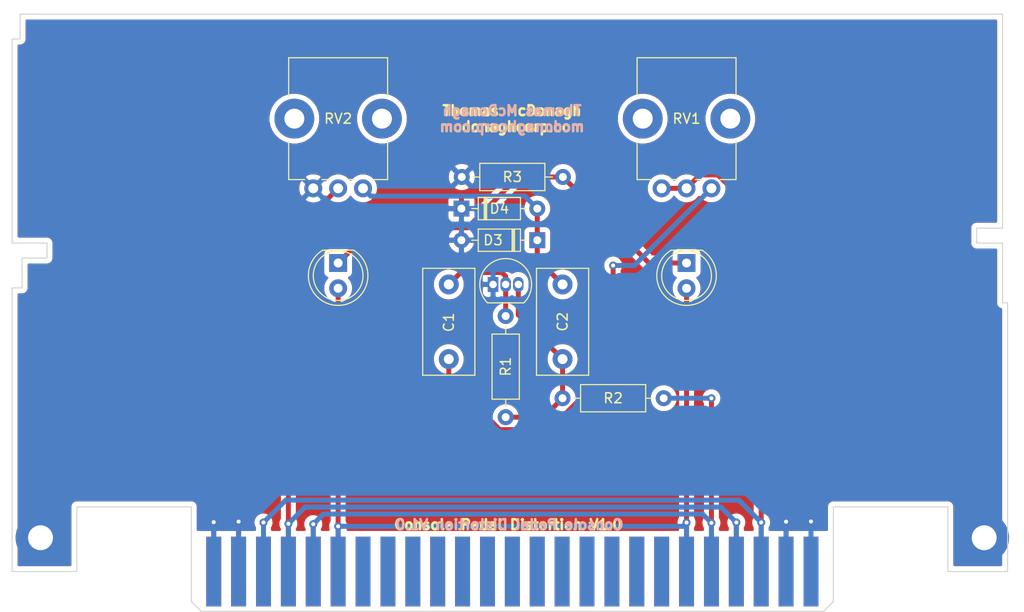
<source format=kicad_pcb>
(kicad_pcb (version 20171130) (host pcbnew "(5.1.7)-1")

  (general
    (thickness 1.6)
    (drawings 32)
    (tracks 98)
    (zones 0)
    (modules 15)
    (nets 11)
  )

  (page A4)
  (layers
    (0 F.Cu signal)
    (31 B.Cu signal)
    (32 B.Adhes user)
    (33 F.Adhes user)
    (34 B.Paste user)
    (35 F.Paste user)
    (36 B.SilkS user)
    (37 F.SilkS user)
    (38 B.Mask user hide)
    (39 F.Mask user hide)
    (40 Dwgs.User user)
    (41 Cmts.User user)
    (42 Eco1.User user)
    (43 Eco2.User user)
    (44 Edge.Cuts user)
    (45 Margin user)
    (46 B.CrtYd user)
    (47 F.CrtYd user)
    (48 B.Fab user)
    (49 F.Fab user hide)
  )

  (setup
    (last_trace_width 0.5)
    (user_trace_width 0.5)
    (trace_clearance 0.2)
    (zone_clearance 0.5)
    (zone_45_only no)
    (trace_min 0.2)
    (via_size 0.8)
    (via_drill 0.4)
    (via_min_size 0.4)
    (via_min_drill 0.3)
    (uvia_size 0.3)
    (uvia_drill 0.1)
    (uvias_allowed no)
    (uvia_min_size 0.2)
    (uvia_min_drill 0.1)
    (edge_width 0.05)
    (segment_width 0.2)
    (pcb_text_width 0.3)
    (pcb_text_size 1.5 1.5)
    (mod_edge_width 0.12)
    (mod_text_size 1 1)
    (mod_text_width 0.15)
    (pad_size 1.6 1.6)
    (pad_drill 0.8)
    (pad_to_mask_clearance 0)
    (aux_axis_origin 0 0)
    (visible_elements 7FFFFF7F)
    (pcbplotparams
      (layerselection 0x010fc_ffffffff)
      (usegerberextensions false)
      (usegerberattributes true)
      (usegerberadvancedattributes true)
      (creategerberjobfile true)
      (excludeedgelayer true)
      (linewidth 0.100000)
      (plotframeref false)
      (viasonmask false)
      (mode 1)
      (useauxorigin false)
      (hpglpennumber 1)
      (hpglpenspeed 20)
      (hpglpendiameter 15.000000)
      (psnegative false)
      (psa4output false)
      (plotreference true)
      (plotvalue true)
      (plotinvisibletext false)
      (padsonsilk false)
      (subtractmaskfromsilk false)
      (outputformat 1)
      (mirror false)
      (drillshape 0)
      (scaleselection 1)
      (outputdirectory "Gerbers/"))
  )

  (net 0 "")
  (net 1 GND)
  (net 2 "Net-(C1-Pad1)")
  (net 3 "Net-(C1-Pad2)")
  (net 4 "Net-(C2-Pad2)")
  (net 5 "Net-(C2-Pad1)")
  (net 6 /LEDPower)
  (net 7 /Input)
  (net 8 /Output)
  (net 9 +9V)
  (net 10 "Net-(D1-Pad1)")

  (net_class Default "This is the default net class."
    (clearance 0.2)
    (trace_width 0.25)
    (via_dia 0.8)
    (via_drill 0.4)
    (uvia_dia 0.3)
    (uvia_drill 0.1)
    (add_net +9V)
    (add_net /Input)
    (add_net /LEDPower)
    (add_net /Output)
    (add_net GND)
    (add_net "Net-(C1-Pad1)")
    (add_net "Net-(C1-Pad2)")
    (add_net "Net-(C2-Pad1)")
    (add_net "Net-(C2-Pad2)")
    (add_net "Net-(D1-Pad1)")
  )

  (module LED_THT:LED_D5.0mm (layer F.Cu) (tedit 5995936A) (tstamp 5FA843C0)
    (at 115.25 95 270)
    (descr "LED, diameter 5.0mm, 2 pins, http://cdn-reichelt.de/documents/datenblatt/A500/LL-504BC2E-009.pdf")
    (tags "LED diameter 5.0mm 2 pins")
    (path /5FA93C7E)
    (fp_text reference D1 (at 1.27 -3.96 90) (layer F.SilkS) hide
      (effects (font (size 1 1) (thickness 0.15)))
    )
    (fp_text value LED (at 1.27 3.96 90) (layer F.Fab)
      (effects (font (size 1 1) (thickness 0.15)))
    )
    (fp_line (start 4.5 -3.25) (end -1.95 -3.25) (layer F.CrtYd) (width 0.05))
    (fp_line (start 4.5 3.25) (end 4.5 -3.25) (layer F.CrtYd) (width 0.05))
    (fp_line (start -1.95 3.25) (end 4.5 3.25) (layer F.CrtYd) (width 0.05))
    (fp_line (start -1.95 -3.25) (end -1.95 3.25) (layer F.CrtYd) (width 0.05))
    (fp_line (start -1.29 -1.545) (end -1.29 1.545) (layer F.SilkS) (width 0.12))
    (fp_line (start -1.23 -1.469694) (end -1.23 1.469694) (layer F.Fab) (width 0.1))
    (fp_circle (center 1.27 0) (end 3.77 0) (layer F.SilkS) (width 0.12))
    (fp_circle (center 1.27 0) (end 3.77 0) (layer F.Fab) (width 0.1))
    (fp_arc (start 1.27 0) (end -1.23 -1.469694) (angle 299.1) (layer F.Fab) (width 0.1))
    (fp_arc (start 1.27 0) (end -1.29 -1.54483) (angle 148.9) (layer F.SilkS) (width 0.12))
    (fp_arc (start 1.27 0) (end -1.29 1.54483) (angle -148.9) (layer F.SilkS) (width 0.12))
    (fp_text user %R (at 1.25 0 90) (layer F.Fab)
      (effects (font (size 0.8 0.8) (thickness 0.2)))
    )
    (pad 1 thru_hole rect (at 0 0 270) (size 1.8 1.8) (drill 0.9) (layers *.Cu *.Mask)
      (net 10 "Net-(D1-Pad1)"))
    (pad 2 thru_hole circle (at 2.54 0 270) (size 1.8 1.8) (drill 0.9) (layers *.Cu *.Mask)
      (net 6 /LEDPower))
    (model ${KISYS3DMOD}/LED_THT.3dshapes/LED_D5.0mm.wrl
      (at (xyz 0 0 0))
      (scale (xyz 1 1 1))
      (rotate (xyz 0 0 0))
    )
  )

  (module LED_THT:LED_D5.0mm (layer F.Cu) (tedit 5995936A) (tstamp 5FA842F1)
    (at 150.25 95 270)
    (descr "LED, diameter 5.0mm, 2 pins, http://cdn-reichelt.de/documents/datenblatt/A500/LL-504BC2E-009.pdf")
    (tags "LED diameter 5.0mm 2 pins")
    (path /5FA94A27)
    (fp_text reference D2 (at 1.27 -3.96 90) (layer F.SilkS) hide
      (effects (font (size 1 1) (thickness 0.15)))
    )
    (fp_text value LED (at 1.27 3.96 90) (layer F.Fab)
      (effects (font (size 1 1) (thickness 0.15)))
    )
    (fp_circle (center 1.27 0) (end 3.77 0) (layer F.Fab) (width 0.1))
    (fp_circle (center 1.27 0) (end 3.77 0) (layer F.SilkS) (width 0.12))
    (fp_line (start -1.23 -1.469694) (end -1.23 1.469694) (layer F.Fab) (width 0.1))
    (fp_line (start -1.29 -1.545) (end -1.29 1.545) (layer F.SilkS) (width 0.12))
    (fp_line (start -1.95 -3.25) (end -1.95 3.25) (layer F.CrtYd) (width 0.05))
    (fp_line (start -1.95 3.25) (end 4.5 3.25) (layer F.CrtYd) (width 0.05))
    (fp_line (start 4.5 3.25) (end 4.5 -3.25) (layer F.CrtYd) (width 0.05))
    (fp_line (start 4.5 -3.25) (end -1.95 -3.25) (layer F.CrtYd) (width 0.05))
    (fp_text user %R (at 1.25 0 90) (layer F.Fab)
      (effects (font (size 0.8 0.8) (thickness 0.2)))
    )
    (fp_arc (start 1.27 0) (end -1.29 1.54483) (angle -148.9) (layer F.SilkS) (width 0.12))
    (fp_arc (start 1.27 0) (end -1.29 -1.54483) (angle 148.9) (layer F.SilkS) (width 0.12))
    (fp_arc (start 1.27 0) (end -1.23 -1.469694) (angle 299.1) (layer F.Fab) (width 0.1))
    (pad 2 thru_hole circle (at 2.54 0 270) (size 1.8 1.8) (drill 0.9) (layers *.Cu *.Mask)
      (net 6 /LEDPower))
    (pad 1 thru_hole rect (at 0 0 270) (size 1.8 1.8) (drill 0.9) (layers *.Cu *.Mask)
      (net 10 "Net-(D1-Pad1)"))
    (model ${KISYS3DMOD}/LED_THT.3dshapes/LED_D5.0mm.wrl
      (at (xyz 0 0 0))
      (scale (xyz 1 1 1))
      (rotate (xyz 0 0 0))
    )
  )

  (module libraries:N64-Connector (layer F.Cu) (tedit 5FA77CC1) (tstamp 5FA844EB)
    (at 132.75 126)
    (path /5FAA85D7)
    (fp_text reference J1 (at 0 5.4) (layer F.SilkS) hide
      (effects (font (size 1 1) (thickness 0.15)))
    )
    (fp_text value Conn_02x25_Counter_Clockwise (at 0 6.9) (layer F.Fab)
      (effects (font (size 1 1) (thickness 0.15)))
    )
    (fp_text user Back (at -15.275 -6.62) (layer B.SilkS) hide
      (effects (font (size 2 2) (thickness 0.3)) (justify mirror))
    )
    (fp_text user Front (at -15.6 -6.62) (layer F.SilkS) hide
      (effects (font (size 2 2) (thickness 0.3)))
    )
    (pad 1 connect rect (at -30 0) (size 1.5 7) (layers F.Cu F.Mask)
      (net 1 GND))
    (pad 2 connect rect (at -27.5 0) (size 1.5 7) (layers F.Cu F.Mask)
      (net 1 GND))
    (pad 3 connect rect (at -25 0) (size 1.5 7) (layers F.Cu F.Mask)
      (net 7 /Input))
    (pad 4 connect rect (at -22.5 0) (size 1.5 7) (layers F.Cu F.Mask)
      (net 8 /Output))
    (pad 5 connect rect (at -20 0) (size 1.5 7) (layers F.Cu F.Mask)
      (net 9 +9V))
    (pad 6 connect rect (at -17.5 0) (size 1.5 7) (layers F.Cu F.Mask)
      (net 6 /LEDPower))
    (pad 7 connect rect (at -15 0) (size 1.5 7) (layers F.Cu F.Mask))
    (pad 8 connect rect (at -12.5 0) (size 1.5 7) (layers F.Cu F.Mask))
    (pad 9 connect rect (at -10 0) (size 1.5 7) (layers F.Cu F.Mask))
    (pad 10 connect rect (at -7.5 0) (size 1.5 7) (layers F.Cu F.Mask))
    (pad 11 connect rect (at -5 0) (size 1.5 7) (layers F.Cu F.Mask))
    (pad 12 connect rect (at -2.5 0) (size 1.5 7) (layers F.Cu F.Mask))
    (pad 13 connect rect (at 0 0) (size 1.5 7) (layers F.Cu F.Mask))
    (pad 14 connect rect (at 2.5 0) (size 1.5 7) (layers F.Cu F.Mask))
    (pad 15 connect rect (at 5 0) (size 1.5 7) (layers F.Cu F.Mask))
    (pad 16 connect rect (at 7.5 0) (size 1.5 7) (layers F.Cu F.Mask))
    (pad 17 connect rect (at 10 0) (size 1.5 7) (layers F.Cu F.Mask))
    (pad 18 connect rect (at 12.5 0) (size 1.5 7) (layers F.Cu F.Mask))
    (pad 19 connect rect (at 15 0) (size 1.5 7) (layers F.Cu F.Mask))
    (pad 20 connect rect (at 17.5 0) (size 1.5 7) (layers F.Cu F.Mask)
      (net 6 /LEDPower))
    (pad 21 connect rect (at 20 0) (size 1.5 7) (layers F.Cu F.Mask)
      (net 9 +9V))
    (pad 22 connect rect (at 22.5 0) (size 1.5 7) (layers F.Cu F.Mask)
      (net 8 /Output))
    (pad 23 connect rect (at 25 0) (size 1.5 7) (layers F.Cu F.Mask)
      (net 7 /Input))
    (pad 24 connect rect (at 27.5 0) (size 1.5 7) (layers F.Cu F.Mask)
      (net 1 GND))
    (pad 25 connect rect (at 30 0) (size 1.5 7) (layers F.Cu F.Mask)
      (net 1 GND))
    (pad 26 connect rect (at -30 0) (size 1.5 7) (layers B.Cu B.Mask)
      (net 1 GND))
    (pad 27 connect rect (at -27.5 0) (size 1.5 7) (layers B.Cu B.Mask)
      (net 1 GND))
    (pad 28 connect rect (at -25 0) (size 1.5 7) (layers B.Cu B.Mask)
      (net 7 /Input))
    (pad 29 connect rect (at -22.5 0) (size 1.5 7) (layers B.Cu B.Mask)
      (net 8 /Output))
    (pad 30 connect rect (at -20 0) (size 1.5 7) (layers B.Cu B.Mask)
      (net 9 +9V))
    (pad 31 connect rect (at -17.5 0) (size 1.5 7) (layers B.Cu B.Mask)
      (net 6 /LEDPower))
    (pad 32 connect rect (at -15 0) (size 1.5 7) (layers B.Cu B.Mask))
    (pad 33 connect rect (at -12.5 0) (size 1.5 7) (layers B.Cu B.Mask))
    (pad 34 connect rect (at -10 0) (size 1.5 7) (layers B.Cu B.Mask))
    (pad 35 connect rect (at -7.5 0) (size 1.5 7) (layers B.Cu B.Mask))
    (pad 36 connect rect (at -5 0) (size 1.5 7) (layers B.Cu B.Mask))
    (pad 37 connect rect (at -2.5 0) (size 1.5 7) (layers B.Cu B.Mask))
    (pad 38 connect rect (at 0 0) (size 1.5 7) (layers B.Cu B.Mask))
    (pad 39 connect rect (at 2.5 0) (size 1.5 7) (layers B.Cu B.Mask))
    (pad 40 connect rect (at 5 0) (size 1.5 7) (layers B.Cu B.Mask))
    (pad 41 connect rect (at 7.5 0) (size 1.5 7) (layers B.Cu B.Mask))
    (pad 42 connect rect (at 10 0) (size 1.5 7) (layers B.Cu B.Mask))
    (pad 43 connect rect (at 12.5 0) (size 1.5 7) (layers B.Cu B.Mask))
    (pad 44 connect rect (at 15 0) (size 1.5 7) (layers B.Cu B.Mask))
    (pad 45 connect rect (at 17.5 0) (size 1.5 7) (layers B.Cu B.Mask)
      (net 6 /LEDPower))
    (pad 46 connect rect (at 20 0) (size 1.5 7) (layers B.Cu B.Mask)
      (net 9 +9V))
    (pad 47 connect rect (at 22.5 0) (size 1.5 7) (layers B.Cu B.Mask)
      (net 8 /Output))
    (pad 48 connect rect (at 25 0) (size 1.5 7) (layers B.Cu B.Mask)
      (net 7 /Input))
    (pad 49 connect rect (at 27.5 0) (size 1.5 7) (layers B.Cu B.Mask)
      (net 1 GND))
    (pad 50 connect rect (at 30 0) (size 1.5 7) (layers B.Cu B.Mask)
      (net 1 GND))
  )

  (module Potentiometer_THT:Potentiometer_Bourns_PTV09A-1_Single_Vertical (layer F.Cu) (tedit 5A3D4993) (tstamp 5FD56783)
    (at 152.75 87.5 90)
    (descr "Potentiometer, vertical, Bourns PTV09A-1 Single, http://www.bourns.com/docs/Product-Datasheets/ptv09.pdf")
    (tags "Potentiometer vertical Bourns PTV09A-1 Single")
    (path /5FA79A47)
    (fp_text reference RV1 (at 7 -2.5 180) (layer F.SilkS)
      (effects (font (size 1 1) (thickness 0.15)))
    )
    (fp_text value "250K Distortion" (at 6.05 5.15 90) (layer F.Fab)
      (effects (font (size 1 1) (thickness 0.15)))
    )
    (fp_text user %R (at 2 -2.5) (layer F.Fab)
      (effects (font (size 1 1) (thickness 0.15)))
    )
    (fp_circle (center 7.5 -2.5) (end 10.5 -2.5) (layer F.Fab) (width 0.1))
    (fp_line (start 1 -7.35) (end 1 2.35) (layer F.Fab) (width 0.1))
    (fp_line (start 1 2.35) (end 13 2.35) (layer F.Fab) (width 0.1))
    (fp_line (start 13 2.35) (end 13 -7.35) (layer F.Fab) (width 0.1))
    (fp_line (start 13 -7.35) (end 1 -7.35) (layer F.Fab) (width 0.1))
    (fp_line (start 0.88 -7.47) (end 4.745 -7.47) (layer F.SilkS) (width 0.12))
    (fp_line (start 9.255 -7.47) (end 13.12 -7.47) (layer F.SilkS) (width 0.12))
    (fp_line (start 0.88 2.47) (end 4.745 2.47) (layer F.SilkS) (width 0.12))
    (fp_line (start 9.255 2.47) (end 13.12 2.47) (layer F.SilkS) (width 0.12))
    (fp_line (start 0.88 -7.47) (end 0.88 -5.871) (layer F.SilkS) (width 0.12))
    (fp_line (start 0.88 -4.129) (end 0.88 -3.37) (layer F.SilkS) (width 0.12))
    (fp_line (start 0.88 -1.629) (end 0.88 -0.87) (layer F.SilkS) (width 0.12))
    (fp_line (start 0.88 0.87) (end 0.88 2.47) (layer F.SilkS) (width 0.12))
    (fp_line (start 13.12 -7.47) (end 13.12 2.47) (layer F.SilkS) (width 0.12))
    (fp_line (start -1.15 -9.15) (end -1.15 4.15) (layer F.CrtYd) (width 0.05))
    (fp_line (start -1.15 4.15) (end 13.25 4.15) (layer F.CrtYd) (width 0.05))
    (fp_line (start 13.25 4.15) (end 13.25 -9.15) (layer F.CrtYd) (width 0.05))
    (fp_line (start 13.25 -9.15) (end -1.15 -9.15) (layer F.CrtYd) (width 0.05))
    (pad "" np_thru_hole circle (at 7 1.9 90) (size 4 4) (drill 2) (layers *.Cu *.Mask))
    (pad "" np_thru_hole circle (at 7 -6.9 90) (size 4 4) (drill 2) (layers *.Cu *.Mask))
    (pad 1 thru_hole circle (at 0 0 90) (size 1.8 1.8) (drill 1) (layers *.Cu *.Mask)
      (net 3 "Net-(C1-Pad2)"))
    (pad 2 thru_hole circle (at 0 -2.5 90) (size 1.8 1.8) (drill 1) (layers *.Cu *.Mask)
      (net 7 /Input))
    (pad 3 thru_hole circle (at 0 -5 90) (size 1.8 1.8) (drill 1) (layers *.Cu *.Mask)
      (net 7 /Input))
    (model ${KISYS3DMOD}/Potentiometer_THT.3dshapes/Potentiometer_Bourns_PTV09A-1_Single_Vertical.wrl
      (at (xyz 0 0 0))
      (scale (xyz 1 1 1))
      (rotate (xyz 0 0 0))
    )
  )

  (module Potentiometer_THT:Potentiometer_Bourns_PTV09A-1_Single_Vertical (layer F.Cu) (tedit 5A3D4993) (tstamp 5FD5680B)
    (at 117.75 87.5 90)
    (descr "Potentiometer, vertical, Bourns PTV09A-1 Single, http://www.bourns.com/docs/Product-Datasheets/ptv09.pdf")
    (tags "Potentiometer vertical Bourns PTV09A-1 Single")
    (path /5FA8CF3E)
    (fp_text reference RV2 (at 7 -2.5 180) (layer F.SilkS)
      (effects (font (size 1 1) (thickness 0.15)))
    )
    (fp_text value "250K Volume" (at 6.05 5.15 90) (layer F.Fab)
      (effects (font (size 1 1) (thickness 0.15)))
    )
    (fp_line (start 13.25 -9.15) (end -1.15 -9.15) (layer F.CrtYd) (width 0.05))
    (fp_line (start 13.25 4.15) (end 13.25 -9.15) (layer F.CrtYd) (width 0.05))
    (fp_line (start -1.15 4.15) (end 13.25 4.15) (layer F.CrtYd) (width 0.05))
    (fp_line (start -1.15 -9.15) (end -1.15 4.15) (layer F.CrtYd) (width 0.05))
    (fp_line (start 13.12 -7.47) (end 13.12 2.47) (layer F.SilkS) (width 0.12))
    (fp_line (start 0.88 0.87) (end 0.88 2.47) (layer F.SilkS) (width 0.12))
    (fp_line (start 0.88 -1.629) (end 0.88 -0.87) (layer F.SilkS) (width 0.12))
    (fp_line (start 0.88 -4.129) (end 0.88 -3.37) (layer F.SilkS) (width 0.12))
    (fp_line (start 0.88 -7.47) (end 0.88 -5.871) (layer F.SilkS) (width 0.12))
    (fp_line (start 9.255 2.47) (end 13.12 2.47) (layer F.SilkS) (width 0.12))
    (fp_line (start 0.88 2.47) (end 4.745 2.47) (layer F.SilkS) (width 0.12))
    (fp_line (start 9.255 -7.47) (end 13.12 -7.47) (layer F.SilkS) (width 0.12))
    (fp_line (start 0.88 -7.47) (end 4.745 -7.47) (layer F.SilkS) (width 0.12))
    (fp_line (start 13 -7.35) (end 1 -7.35) (layer F.Fab) (width 0.1))
    (fp_line (start 13 2.35) (end 13 -7.35) (layer F.Fab) (width 0.1))
    (fp_line (start 1 2.35) (end 13 2.35) (layer F.Fab) (width 0.1))
    (fp_line (start 1 -7.35) (end 1 2.35) (layer F.Fab) (width 0.1))
    (fp_circle (center 7.5 -2.5) (end 10.5 -2.5) (layer F.Fab) (width 0.1))
    (fp_text user %R (at 2 -2.5) (layer F.Fab)
      (effects (font (size 1 1) (thickness 0.15)))
    )
    (pad 3 thru_hole circle (at 0 -5 90) (size 1.8 1.8) (drill 1) (layers *.Cu *.Mask)
      (net 1 GND))
    (pad 2 thru_hole circle (at 0 -2.5 90) (size 1.8 1.8) (drill 1) (layers *.Cu *.Mask)
      (net 8 /Output))
    (pad 1 thru_hole circle (at 0 0 90) (size 1.8 1.8) (drill 1) (layers *.Cu *.Mask)
      (net 5 "Net-(C2-Pad1)"))
    (pad "" np_thru_hole circle (at 7 -6.9 90) (size 4 4) (drill 2) (layers *.Cu *.Mask))
    (pad "" np_thru_hole circle (at 7 1.9 90) (size 4 4) (drill 2) (layers *.Cu *.Mask))
    (model ${KISYS3DMOD}/Potentiometer_THT.3dshapes/Potentiometer_Bourns_PTV09A-1_Single_Vertical.wrl
      (at (xyz 0 0 0))
      (scale (xyz 1 1 1))
      (rotate (xyz 0 0 0))
    )
  )

  (module MountingHole:MountingHole_2.5mm_Pad (layer F.Cu) (tedit 5FD51072) (tstamp 5FD57994)
    (at 85.35 122.6)
    (descr "Mounting Hole 2.5mm")
    (tags "mounting hole 2.5mm")
    (path /5FD7729C)
    (attr virtual)
    (fp_text reference H1 (at 0 -0.045) (layer F.SilkS) hide
      (effects (font (size 1 1) (thickness 0.15)))
    )
    (fp_text value MountingHole_Pad (at 0 3.5) (layer F.Fab)
      (effects (font (size 1 1) (thickness 0.15)))
    )
    (fp_circle (center 0 0) (end 2.75 0) (layer F.CrtYd) (width 0.05))
    (fp_circle (center 0 0) (end 2.5 0) (layer Cmts.User) (width 0.15))
    (fp_text user %R (at 0.3 0) (layer F.Fab)
      (effects (font (size 1 1) (thickness 0.15)))
    )
    (pad 1 thru_hole circle (at 0 0) (size 5 5) (drill 2.5) (layers *.Cu *.Mask)
      (net 1 GND) (zone_connect 2))
  )

  (module MountingHole:MountingHole_2.5mm_Pad (layer F.Cu) (tedit 5FD51084) (tstamp 5FD5799C)
    (at 180.15 122.6)
    (descr "Mounting Hole 2.5mm")
    (tags "mounting hole 2.5mm")
    (path /5FD78F6F)
    (attr virtual)
    (fp_text reference H2 (at 0 -0.045) (layer F.SilkS) hide
      (effects (font (size 1 1) (thickness 0.15)))
    )
    (fp_text value MountingHole_Pad (at 0 3.5) (layer F.Fab)
      (effects (font (size 1 1) (thickness 0.15)))
    )
    (fp_text user %R (at 0.3 0) (layer F.Fab)
      (effects (font (size 1 1) (thickness 0.15)))
    )
    (fp_circle (center 0 0) (end 2.5 0) (layer Cmts.User) (width 0.15))
    (fp_circle (center 0 0) (end 2.75 0) (layer F.CrtYd) (width 0.05))
    (pad 1 thru_hole circle (at 0 0) (size 5 5) (drill 2.5) (layers *.Cu *.Mask)
      (net 1 GND) (zone_connect 2))
  )

  (module Capacitor_THT:C_Disc_D10.5mm_W5.0mm_P7.50mm (layer F.Cu) (tedit 5AE50EF0) (tstamp 5FD5801B)
    (at 126.365 97.155 270)
    (descr "C, Disc series, Radial, pin pitch=7.50mm, , diameter*width=10.5*5.0mm^2, Capacitor, http://www.vishay.com/docs/28535/vy2series.pdf")
    (tags "C Disc series Radial pin pitch 7.50mm  diameter 10.5mm width 5.0mm Capacitor")
    (path /5FA78B75)
    (fp_text reference C1 (at 3.81 0 90) (layer F.SilkS)
      (effects (font (size 1 1) (thickness 0.15)))
    )
    (fp_text value 0.1uF (at 3.75 3.75 90) (layer F.Fab)
      (effects (font (size 1 1) (thickness 0.15)))
    )
    (fp_line (start 9.25 -2.75) (end -1.75 -2.75) (layer F.CrtYd) (width 0.05))
    (fp_line (start 9.25 2.75) (end 9.25 -2.75) (layer F.CrtYd) (width 0.05))
    (fp_line (start -1.75 2.75) (end 9.25 2.75) (layer F.CrtYd) (width 0.05))
    (fp_line (start -1.75 -2.75) (end -1.75 2.75) (layer F.CrtYd) (width 0.05))
    (fp_line (start 9.12 -2.62) (end 9.12 2.62) (layer F.SilkS) (width 0.12))
    (fp_line (start -1.62 -2.62) (end -1.62 2.62) (layer F.SilkS) (width 0.12))
    (fp_line (start -1.62 2.62) (end 9.12 2.62) (layer F.SilkS) (width 0.12))
    (fp_line (start -1.62 -2.62) (end 9.12 -2.62) (layer F.SilkS) (width 0.12))
    (fp_line (start 9 -2.5) (end -1.5 -2.5) (layer F.Fab) (width 0.1))
    (fp_line (start 9 2.5) (end 9 -2.5) (layer F.Fab) (width 0.1))
    (fp_line (start -1.5 2.5) (end 9 2.5) (layer F.Fab) (width 0.1))
    (fp_line (start -1.5 -2.5) (end -1.5 2.5) (layer F.Fab) (width 0.1))
    (fp_text user %R (at 3.75 0 90) (layer F.Fab)
      (effects (font (size 1 1) (thickness 0.15)))
    )
    (pad 1 thru_hole circle (at 0 0 270) (size 2 2) (drill 1) (layers *.Cu *.Mask)
      (net 2 "Net-(C1-Pad1)"))
    (pad 2 thru_hole circle (at 7.5 0 270) (size 2 2) (drill 1) (layers *.Cu *.Mask)
      (net 3 "Net-(C1-Pad2)"))
    (model ${KISYS3DMOD}/Capacitor_THT.3dshapes/C_Disc_D10.5mm_W5.0mm_P7.50mm.wrl
      (at (xyz 0 0 0))
      (scale (xyz 1 1 1))
      (rotate (xyz 0 0 0))
    )
  )

  (module Capacitor_THT:C_Disc_D10.5mm_W5.0mm_P7.50mm (layer F.Cu) (tedit 5AE50EF0) (tstamp 5FD5802D)
    (at 137.795 97.155 270)
    (descr "C, Disc series, Radial, pin pitch=7.50mm, , diameter*width=10.5*5.0mm^2, Capacitor, http://www.vishay.com/docs/28535/vy2series.pdf")
    (tags "C Disc series Radial pin pitch 7.50mm  diameter 10.5mm width 5.0mm Capacitor")
    (path /5FA8902A)
    (fp_text reference C2 (at 3.75 0 90) (layer F.SilkS)
      (effects (font (size 1 1) (thickness 0.15)))
    )
    (fp_text value 0.1uF (at 3.75 3.75 90) (layer F.Fab)
      (effects (font (size 1 1) (thickness 0.15)))
    )
    (fp_text user %R (at 3.75 0 90) (layer F.Fab)
      (effects (font (size 1 1) (thickness 0.15)))
    )
    (fp_line (start -1.5 -2.5) (end -1.5 2.5) (layer F.Fab) (width 0.1))
    (fp_line (start -1.5 2.5) (end 9 2.5) (layer F.Fab) (width 0.1))
    (fp_line (start 9 2.5) (end 9 -2.5) (layer F.Fab) (width 0.1))
    (fp_line (start 9 -2.5) (end -1.5 -2.5) (layer F.Fab) (width 0.1))
    (fp_line (start -1.62 -2.62) (end 9.12 -2.62) (layer F.SilkS) (width 0.12))
    (fp_line (start -1.62 2.62) (end 9.12 2.62) (layer F.SilkS) (width 0.12))
    (fp_line (start -1.62 -2.62) (end -1.62 2.62) (layer F.SilkS) (width 0.12))
    (fp_line (start 9.12 -2.62) (end 9.12 2.62) (layer F.SilkS) (width 0.12))
    (fp_line (start -1.75 -2.75) (end -1.75 2.75) (layer F.CrtYd) (width 0.05))
    (fp_line (start -1.75 2.75) (end 9.25 2.75) (layer F.CrtYd) (width 0.05))
    (fp_line (start 9.25 2.75) (end 9.25 -2.75) (layer F.CrtYd) (width 0.05))
    (fp_line (start 9.25 -2.75) (end -1.75 -2.75) (layer F.CrtYd) (width 0.05))
    (pad 2 thru_hole circle (at 7.5 0 270) (size 2 2) (drill 1) (layers *.Cu *.Mask)
      (net 4 "Net-(C2-Pad2)"))
    (pad 1 thru_hole circle (at 0 0 270) (size 2 2) (drill 1) (layers *.Cu *.Mask)
      (net 5 "Net-(C2-Pad1)"))
    (model ${KISYS3DMOD}/Capacitor_THT.3dshapes/C_Disc_D10.5mm_W5.0mm_P7.50mm.wrl
      (at (xyz 0 0 0))
      (scale (xyz 1 1 1))
      (rotate (xyz 0 0 0))
    )
  )

  (module Diode_THT:D_DO-35_SOD27_P7.62mm_Horizontal (layer F.Cu) (tedit 5AE50CD5) (tstamp 5FD5805D)
    (at 135.255 92.71 180)
    (descr "Diode, DO-35_SOD27 series, Axial, Horizontal, pin pitch=7.62mm, , length*diameter=4*2mm^2, , http://www.diodes.com/_files/packages/DO-35.pdf")
    (tags "Diode DO-35_SOD27 series Axial Horizontal pin pitch 7.62mm  length 4mm diameter 2mm")
    (path /5FD8F897)
    (fp_text reference D3 (at 4.445 0) (layer F.SilkS)
      (effects (font (size 1 1) (thickness 0.15)))
    )
    (fp_text value 1N4148 (at 3.81 2.12) (layer F.Fab)
      (effects (font (size 1 1) (thickness 0.15)))
    )
    (fp_line (start 8.67 -1.25) (end -1.05 -1.25) (layer F.CrtYd) (width 0.05))
    (fp_line (start 8.67 1.25) (end 8.67 -1.25) (layer F.CrtYd) (width 0.05))
    (fp_line (start -1.05 1.25) (end 8.67 1.25) (layer F.CrtYd) (width 0.05))
    (fp_line (start -1.05 -1.25) (end -1.05 1.25) (layer F.CrtYd) (width 0.05))
    (fp_line (start 2.29 -1.12) (end 2.29 1.12) (layer F.SilkS) (width 0.12))
    (fp_line (start 2.53 -1.12) (end 2.53 1.12) (layer F.SilkS) (width 0.12))
    (fp_line (start 2.41 -1.12) (end 2.41 1.12) (layer F.SilkS) (width 0.12))
    (fp_line (start 6.58 0) (end 5.93 0) (layer F.SilkS) (width 0.12))
    (fp_line (start 1.04 0) (end 1.69 0) (layer F.SilkS) (width 0.12))
    (fp_line (start 5.93 -1.12) (end 1.69 -1.12) (layer F.SilkS) (width 0.12))
    (fp_line (start 5.93 1.12) (end 5.93 -1.12) (layer F.SilkS) (width 0.12))
    (fp_line (start 1.69 1.12) (end 5.93 1.12) (layer F.SilkS) (width 0.12))
    (fp_line (start 1.69 -1.12) (end 1.69 1.12) (layer F.SilkS) (width 0.12))
    (fp_line (start 2.31 -1) (end 2.31 1) (layer F.Fab) (width 0.1))
    (fp_line (start 2.51 -1) (end 2.51 1) (layer F.Fab) (width 0.1))
    (fp_line (start 2.41 -1) (end 2.41 1) (layer F.Fab) (width 0.1))
    (fp_line (start 7.62 0) (end 5.81 0) (layer F.Fab) (width 0.1))
    (fp_line (start 0 0) (end 1.81 0) (layer F.Fab) (width 0.1))
    (fp_line (start 5.81 -1) (end 1.81 -1) (layer F.Fab) (width 0.1))
    (fp_line (start 5.81 1) (end 5.81 -1) (layer F.Fab) (width 0.1))
    (fp_line (start 1.81 1) (end 5.81 1) (layer F.Fab) (width 0.1))
    (fp_line (start 1.81 -1) (end 1.81 1) (layer F.Fab) (width 0.1))
    (fp_text user %R (at 4.11 0) (layer F.Fab)
      (effects (font (size 0.8 0.8) (thickness 0.12)))
    )
    (fp_text user K (at 0 -1.8) (layer F.Fab)
      (effects (font (size 1 1) (thickness 0.15)))
    )
    (fp_text user K (at -1.905 0) (layer F.SilkS) hide
      (effects (font (size 1 1) (thickness 0.15)))
    )
    (pad 1 thru_hole rect (at 0 0 180) (size 1.6 1.6) (drill 0.8) (layers *.Cu *.Mask)
      (net 5 "Net-(C2-Pad1)"))
    (pad 2 thru_hole oval (at 7.62 0 180) (size 1.6 1.6) (drill 0.8) (layers *.Cu *.Mask)
      (net 1 GND))
    (model ${KISYS3DMOD}/Diode_THT.3dshapes/D_DO-35_SOD27_P7.62mm_Horizontal.wrl
      (at (xyz 0 0 0))
      (scale (xyz 1 1 1))
      (rotate (xyz 0 0 0))
    )
  )

  (module Diode_THT:D_DO-35_SOD27_P7.62mm_Horizontal (layer F.Cu) (tedit 5AE50CD5) (tstamp 5FD5807C)
    (at 127.635 89.535)
    (descr "Diode, DO-35_SOD27 series, Axial, Horizontal, pin pitch=7.62mm, , length*diameter=4*2mm^2, , http://www.diodes.com/_files/packages/DO-35.pdf")
    (tags "Diode DO-35_SOD27 series Axial Horizontal pin pitch 7.62mm  length 4mm diameter 2mm")
    (path /5FD91CD5)
    (fp_text reference D4 (at 3.81 0) (layer F.SilkS)
      (effects (font (size 1 1) (thickness 0.15)))
    )
    (fp_text value 1N4148 (at 3.81 2.12) (layer F.Fab)
      (effects (font (size 1 1) (thickness 0.15)))
    )
    (fp_text user K (at -1.905 0) (layer F.SilkS) hide
      (effects (font (size 1 1) (thickness 0.15)))
    )
    (fp_text user K (at 0 -1.8) (layer F.Fab)
      (effects (font (size 1 1) (thickness 0.15)))
    )
    (fp_text user %R (at 4.11 0) (layer F.Fab)
      (effects (font (size 0.8 0.8) (thickness 0.12)))
    )
    (fp_line (start 1.81 -1) (end 1.81 1) (layer F.Fab) (width 0.1))
    (fp_line (start 1.81 1) (end 5.81 1) (layer F.Fab) (width 0.1))
    (fp_line (start 5.81 1) (end 5.81 -1) (layer F.Fab) (width 0.1))
    (fp_line (start 5.81 -1) (end 1.81 -1) (layer F.Fab) (width 0.1))
    (fp_line (start 0 0) (end 1.81 0) (layer F.Fab) (width 0.1))
    (fp_line (start 7.62 0) (end 5.81 0) (layer F.Fab) (width 0.1))
    (fp_line (start 2.41 -1) (end 2.41 1) (layer F.Fab) (width 0.1))
    (fp_line (start 2.51 -1) (end 2.51 1) (layer F.Fab) (width 0.1))
    (fp_line (start 2.31 -1) (end 2.31 1) (layer F.Fab) (width 0.1))
    (fp_line (start 1.69 -1.12) (end 1.69 1.12) (layer F.SilkS) (width 0.12))
    (fp_line (start 1.69 1.12) (end 5.93 1.12) (layer F.SilkS) (width 0.12))
    (fp_line (start 5.93 1.12) (end 5.93 -1.12) (layer F.SilkS) (width 0.12))
    (fp_line (start 5.93 -1.12) (end 1.69 -1.12) (layer F.SilkS) (width 0.12))
    (fp_line (start 1.04 0) (end 1.69 0) (layer F.SilkS) (width 0.12))
    (fp_line (start 6.58 0) (end 5.93 0) (layer F.SilkS) (width 0.12))
    (fp_line (start 2.41 -1.12) (end 2.41 1.12) (layer F.SilkS) (width 0.12))
    (fp_line (start 2.53 -1.12) (end 2.53 1.12) (layer F.SilkS) (width 0.12))
    (fp_line (start 2.29 -1.12) (end 2.29 1.12) (layer F.SilkS) (width 0.12))
    (fp_line (start -1.05 -1.25) (end -1.05 1.25) (layer F.CrtYd) (width 0.05))
    (fp_line (start -1.05 1.25) (end 8.67 1.25) (layer F.CrtYd) (width 0.05))
    (fp_line (start 8.67 1.25) (end 8.67 -1.25) (layer F.CrtYd) (width 0.05))
    (fp_line (start 8.67 -1.25) (end -1.05 -1.25) (layer F.CrtYd) (width 0.05))
    (pad 2 thru_hole oval (at 7.62 0) (size 1.6 1.6) (drill 0.8) (layers *.Cu *.Mask)
      (net 5 "Net-(C2-Pad1)"))
    (pad 1 thru_hole rect (at 0 0) (size 1.6 1.6) (drill 0.8) (layers *.Cu *.Mask)
      (net 1 GND))
    (model ${KISYS3DMOD}/Diode_THT.3dshapes/D_DO-35_SOD27_P7.62mm_Horizontal.wrl
      (at (xyz 0 0 0))
      (scale (xyz 1 1 1))
      (rotate (xyz 0 0 0))
    )
  )

  (module Package_TO_SOT_THT:TO-92_Inline (layer F.Cu) (tedit 5A1DD157) (tstamp 5FD5807D)
    (at 130.81 97.155)
    (descr "TO-92 leads in-line, narrow, oval pads, drill 0.75mm (see NXP sot054_po.pdf)")
    (tags "to-92 sc-43 sc-43a sot54 PA33 transistor")
    (path /5FA86C50)
    (fp_text reference Q1 (at 1.27 -3.56) (layer F.SilkS) hide
      (effects (font (size 1 1) (thickness 0.15)))
    )
    (fp_text value 2N3904 (at 1.27 2.79) (layer F.Fab)
      (effects (font (size 1 1) (thickness 0.15)))
    )
    (fp_line (start 4 2.01) (end -1.46 2.01) (layer F.CrtYd) (width 0.05))
    (fp_line (start 4 2.01) (end 4 -2.73) (layer F.CrtYd) (width 0.05))
    (fp_line (start -1.46 -2.73) (end -1.46 2.01) (layer F.CrtYd) (width 0.05))
    (fp_line (start -1.46 -2.73) (end 4 -2.73) (layer F.CrtYd) (width 0.05))
    (fp_line (start -0.5 1.75) (end 3 1.75) (layer F.Fab) (width 0.1))
    (fp_line (start -0.53 1.85) (end 3.07 1.85) (layer F.SilkS) (width 0.12))
    (fp_text user %R (at 1.27 0) (layer F.Fab)
      (effects (font (size 1 1) (thickness 0.15)))
    )
    (fp_arc (start 1.27 0) (end 1.27 -2.48) (angle 135) (layer F.Fab) (width 0.1))
    (fp_arc (start 1.27 0) (end 1.27 -2.6) (angle -135) (layer F.SilkS) (width 0.12))
    (fp_arc (start 1.27 0) (end 1.27 -2.48) (angle -135) (layer F.Fab) (width 0.1))
    (fp_arc (start 1.27 0) (end 1.27 -2.6) (angle 135) (layer F.SilkS) (width 0.12))
    (pad 2 thru_hole oval (at 1.27 0) (size 1.05 1.5) (drill 0.75) (layers *.Cu *.Mask)
      (net 2 "Net-(C1-Pad1)"))
    (pad 3 thru_hole oval (at 2.54 0) (size 1.05 1.5) (drill 0.75) (layers *.Cu *.Mask)
      (net 4 "Net-(C2-Pad2)"))
    (pad 1 thru_hole rect (at 0 0) (size 1.05 1.5) (drill 0.75) (layers *.Cu *.Mask)
      (net 1 GND))
    (model ${KISYS3DMOD}/Package_TO_SOT_THT.3dshapes/TO-92_Inline.wrl
      (at (xyz 0 0 0))
      (scale (xyz 1 1 1))
      (rotate (xyz 0 0 0))
    )
  )

  (module Resistor_THT:R_Axial_DIN0207_L6.3mm_D2.5mm_P10.16mm_Horizontal (layer F.Cu) (tedit 5AE5139B) (tstamp 5FD5808E)
    (at 132.08 100.33 270)
    (descr "Resistor, Axial_DIN0207 series, Axial, Horizontal, pin pitch=10.16mm, 0.25W = 1/4W, length*diameter=6.3*2.5mm^2, http://cdn-reichelt.de/documents/datenblatt/B400/1_4W%23YAG.pdf")
    (tags "Resistor Axial_DIN0207 series Axial Horizontal pin pitch 10.16mm 0.25W = 1/4W length 6.3mm diameter 2.5mm")
    (path /5FA87CBD)
    (fp_text reference R1 (at 5.08 0 90) (layer F.SilkS)
      (effects (font (size 1 1) (thickness 0.15)))
    )
    (fp_text value 2M (at 5.08 2.37 90) (layer F.Fab)
      (effects (font (size 1 1) (thickness 0.15)))
    )
    (fp_line (start 11.21 -1.5) (end -1.05 -1.5) (layer F.CrtYd) (width 0.05))
    (fp_line (start 11.21 1.5) (end 11.21 -1.5) (layer F.CrtYd) (width 0.05))
    (fp_line (start -1.05 1.5) (end 11.21 1.5) (layer F.CrtYd) (width 0.05))
    (fp_line (start -1.05 -1.5) (end -1.05 1.5) (layer F.CrtYd) (width 0.05))
    (fp_line (start 9.12 0) (end 8.35 0) (layer F.SilkS) (width 0.12))
    (fp_line (start 1.04 0) (end 1.81 0) (layer F.SilkS) (width 0.12))
    (fp_line (start 8.35 -1.37) (end 1.81 -1.37) (layer F.SilkS) (width 0.12))
    (fp_line (start 8.35 1.37) (end 8.35 -1.37) (layer F.SilkS) (width 0.12))
    (fp_line (start 1.81 1.37) (end 8.35 1.37) (layer F.SilkS) (width 0.12))
    (fp_line (start 1.81 -1.37) (end 1.81 1.37) (layer F.SilkS) (width 0.12))
    (fp_line (start 10.16 0) (end 8.23 0) (layer F.Fab) (width 0.1))
    (fp_line (start 0 0) (end 1.93 0) (layer F.Fab) (width 0.1))
    (fp_line (start 8.23 -1.25) (end 1.93 -1.25) (layer F.Fab) (width 0.1))
    (fp_line (start 8.23 1.25) (end 8.23 -1.25) (layer F.Fab) (width 0.1))
    (fp_line (start 1.93 1.25) (end 8.23 1.25) (layer F.Fab) (width 0.1))
    (fp_line (start 1.93 -1.25) (end 1.93 1.25) (layer F.Fab) (width 0.1))
    (fp_text user %R (at 5.08 0 90) (layer F.Fab)
      (effects (font (size 1 1) (thickness 0.15)))
    )
    (pad 1 thru_hole circle (at 0 0 270) (size 1.6 1.6) (drill 0.8) (layers *.Cu *.Mask)
      (net 2 "Net-(C1-Pad1)"))
    (pad 2 thru_hole oval (at 10.16 0 270) (size 1.6 1.6) (drill 0.8) (layers *.Cu *.Mask)
      (net 4 "Net-(C2-Pad2)"))
    (model ${KISYS3DMOD}/Resistor_THT.3dshapes/R_Axial_DIN0207_L6.3mm_D2.5mm_P10.16mm_Horizontal.wrl
      (at (xyz 0 0 0))
      (scale (xyz 1 1 1))
      (rotate (xyz 0 0 0))
    )
  )

  (module Resistor_THT:R_Axial_DIN0207_L6.3mm_D2.5mm_P10.16mm_Horizontal (layer F.Cu) (tedit 5AE5139B) (tstamp 5FD580A4)
    (at 147.955 108.585 180)
    (descr "Resistor, Axial_DIN0207 series, Axial, Horizontal, pin pitch=10.16mm, 0.25W = 1/4W, length*diameter=6.3*2.5mm^2, http://cdn-reichelt.de/documents/datenblatt/B400/1_4W%23YAG.pdf")
    (tags "Resistor Axial_DIN0207 series Axial Horizontal pin pitch 10.16mm 0.25W = 1/4W length 6.3mm diameter 2.5mm")
    (path /5FA88631)
    (fp_text reference R2 (at 5.08 0) (layer F.SilkS)
      (effects (font (size 1 1) (thickness 0.15)))
    )
    (fp_text value 4.7K (at 5.08 2.37) (layer F.Fab)
      (effects (font (size 1 1) (thickness 0.15)))
    )
    (fp_text user %R (at 5.08 0) (layer F.Fab)
      (effects (font (size 1 1) (thickness 0.15)))
    )
    (fp_line (start 1.93 -1.25) (end 1.93 1.25) (layer F.Fab) (width 0.1))
    (fp_line (start 1.93 1.25) (end 8.23 1.25) (layer F.Fab) (width 0.1))
    (fp_line (start 8.23 1.25) (end 8.23 -1.25) (layer F.Fab) (width 0.1))
    (fp_line (start 8.23 -1.25) (end 1.93 -1.25) (layer F.Fab) (width 0.1))
    (fp_line (start 0 0) (end 1.93 0) (layer F.Fab) (width 0.1))
    (fp_line (start 10.16 0) (end 8.23 0) (layer F.Fab) (width 0.1))
    (fp_line (start 1.81 -1.37) (end 1.81 1.37) (layer F.SilkS) (width 0.12))
    (fp_line (start 1.81 1.37) (end 8.35 1.37) (layer F.SilkS) (width 0.12))
    (fp_line (start 8.35 1.37) (end 8.35 -1.37) (layer F.SilkS) (width 0.12))
    (fp_line (start 8.35 -1.37) (end 1.81 -1.37) (layer F.SilkS) (width 0.12))
    (fp_line (start 1.04 0) (end 1.81 0) (layer F.SilkS) (width 0.12))
    (fp_line (start 9.12 0) (end 8.35 0) (layer F.SilkS) (width 0.12))
    (fp_line (start -1.05 -1.5) (end -1.05 1.5) (layer F.CrtYd) (width 0.05))
    (fp_line (start -1.05 1.5) (end 11.21 1.5) (layer F.CrtYd) (width 0.05))
    (fp_line (start 11.21 1.5) (end 11.21 -1.5) (layer F.CrtYd) (width 0.05))
    (fp_line (start 11.21 -1.5) (end -1.05 -1.5) (layer F.CrtYd) (width 0.05))
    (pad 2 thru_hole oval (at 10.16 0 180) (size 1.6 1.6) (drill 0.8) (layers *.Cu *.Mask)
      (net 4 "Net-(C2-Pad2)"))
    (pad 1 thru_hole circle (at 0 0 180) (size 1.6 1.6) (drill 0.8) (layers *.Cu *.Mask)
      (net 9 +9V))
    (model ${KISYS3DMOD}/Resistor_THT.3dshapes/R_Axial_DIN0207_L6.3mm_D2.5mm_P10.16mm_Horizontal.wrl
      (at (xyz 0 0 0))
      (scale (xyz 1 1 1))
      (rotate (xyz 0 0 0))
    )
  )

  (module Resistor_THT:R_Axial_DIN0207_L6.3mm_D2.5mm_P10.16mm_Horizontal (layer F.Cu) (tedit 5AE5139B) (tstamp 5FD580BA)
    (at 127.67 86.36)
    (descr "Resistor, Axial_DIN0207 series, Axial, Horizontal, pin pitch=10.16mm, 0.25W = 1/4W, length*diameter=6.3*2.5mm^2, http://cdn-reichelt.de/documents/datenblatt/B400/1_4W%23YAG.pdf")
    (tags "Resistor Axial_DIN0207 series Axial Horizontal pin pitch 10.16mm 0.25W = 1/4W length 6.3mm diameter 2.5mm")
    (path /5FA964BB)
    (fp_text reference R3 (at 5.08 0) (layer F.SilkS)
      (effects (font (size 1 1) (thickness 0.15)))
    )
    (fp_text value 100K (at 5.08 2.37) (layer F.Fab)
      (effects (font (size 1 1) (thickness 0.15)))
    )
    (fp_line (start 11.21 -1.5) (end -1.05 -1.5) (layer F.CrtYd) (width 0.05))
    (fp_line (start 11.21 1.5) (end 11.21 -1.5) (layer F.CrtYd) (width 0.05))
    (fp_line (start -1.05 1.5) (end 11.21 1.5) (layer F.CrtYd) (width 0.05))
    (fp_line (start -1.05 -1.5) (end -1.05 1.5) (layer F.CrtYd) (width 0.05))
    (fp_line (start 9.12 0) (end 8.35 0) (layer F.SilkS) (width 0.12))
    (fp_line (start 1.04 0) (end 1.81 0) (layer F.SilkS) (width 0.12))
    (fp_line (start 8.35 -1.37) (end 1.81 -1.37) (layer F.SilkS) (width 0.12))
    (fp_line (start 8.35 1.37) (end 8.35 -1.37) (layer F.SilkS) (width 0.12))
    (fp_line (start 1.81 1.37) (end 8.35 1.37) (layer F.SilkS) (width 0.12))
    (fp_line (start 1.81 -1.37) (end 1.81 1.37) (layer F.SilkS) (width 0.12))
    (fp_line (start 10.16 0) (end 8.23 0) (layer F.Fab) (width 0.1))
    (fp_line (start 0 0) (end 1.93 0) (layer F.Fab) (width 0.1))
    (fp_line (start 8.23 -1.25) (end 1.93 -1.25) (layer F.Fab) (width 0.1))
    (fp_line (start 8.23 1.25) (end 8.23 -1.25) (layer F.Fab) (width 0.1))
    (fp_line (start 1.93 1.25) (end 8.23 1.25) (layer F.Fab) (width 0.1))
    (fp_line (start 1.93 -1.25) (end 1.93 1.25) (layer F.Fab) (width 0.1))
    (fp_text user %R (at 5.08 0) (layer F.Fab)
      (effects (font (size 1 1) (thickness 0.15)))
    )
    (pad 1 thru_hole circle (at 0 0) (size 1.6 1.6) (drill 0.8) (layers *.Cu *.Mask)
      (net 1 GND))
    (pad 2 thru_hole oval (at 10.16 0) (size 1.6 1.6) (drill 0.8) (layers *.Cu *.Mask)
      (net 10 "Net-(D1-Pad1)"))
    (model ${KISYS3DMOD}/Resistor_THT.3dshapes/R_Axial_DIN0207_L6.3mm_D2.5mm_P10.16mm_Horizontal.wrl
      (at (xyz 0 0 0))
      (scale (xyz 1 1 1))
      (rotate (xyz 0 0 0))
    )
  )

  (gr_line (start 182 70) (end 83.3 70) (layer Edge.Cuts) (width 0.1) (tstamp 5FD3BF22))
  (gr_line (start 182 70) (end 182 91.5) (layer Edge.Cuts) (width 0.1))
  (gr_line (start 182 91.5) (end 179.4 91.5) (layer Edge.Cuts) (width 0.1))
  (gr_line (start 179.4 93) (end 179.4 91.5) (layer Edge.Cuts) (width 0.1))
  (gr_line (start 182 93) (end 179.4 93) (layer Edge.Cuts) (width 0.1))
  (gr_line (start 83.3 72.5) (end 83.3 70) (layer Edge.Cuts) (width 0.1))
  (gr_line (start 82.5 72.5) (end 83.3 72.5) (layer Edge.Cuts) (width 0.1))
  (gr_line (start 82.5 93) (end 82.5 72.5) (layer Edge.Cuts) (width 0.1))
  (gr_line (start 86 93) (end 82.5 93) (layer Edge.Cuts) (width 0.1))
  (gr_text "Console Pedal Distortion V1.0 " (at 132.08 121.285) (layer B.SilkS)
    (effects (font (size 1 1) (thickness 0.25)) (justify mirror))
  )
  (gr_text "Console Pedal Distortion V1.0 " (at 132.715 121.285) (layer F.SilkS)
    (effects (font (size 1 1) (thickness 0.25)))
  )
  (gr_text "Thomas McDonagh\nmcdonaghcorp.com" (at 132.715 80.5) (layer B.SilkS)
    (effects (font (size 1 1) (thickness 0.25)) (justify mirror))
  )
  (gr_text "Thomas McDonagh\nmcdonaghcorp.com" (at 132.715 80.5) (layer F.SilkS)
    (effects (font (size 1 1) (thickness 0.25)))
  )
  (gr_line (start 182 93) (end 182 99) (layer Edge.Cuts) (width 0.1))
  (gr_line (start 182.5 99) (end 182 99) (layer Edge.Cuts) (width 0.1))
  (gr_line (start 182.5 126) (end 182.5 99) (layer Edge.Cuts) (width 0.1))
  (gr_line (start 182.5 126) (end 176.5 126) (layer Edge.Cuts) (width 0.1))
  (gr_line (start 176.5 119.5) (end 176.5 126) (layer Edge.Cuts) (width 0.1))
  (gr_line (start 176.5 119.5) (end 165 119.5) (layer Edge.Cuts) (width 0.1))
  (gr_line (start 165 129) (end 165 119.5) (layer Edge.Cuts) (width 0.1))
  (gr_line (start 165 129) (end 164 130) (layer Edge.Cuts) (width 0.1))
  (gr_line (start 86 94.5) (end 86 93) (layer Edge.Cuts) (width 0.1))
  (gr_line (start 83.5 94.5) (end 86 94.5) (layer Edge.Cuts) (width 0.1))
  (gr_line (start 83.5 97.5) (end 83.5 94.5) (layer Edge.Cuts) (width 0.1))
  (gr_line (start 82.5 97.5) (end 83.5 97.5) (layer Edge.Cuts) (width 0.1))
  (gr_line (start 82.5 126) (end 82.5 97.5) (layer Edge.Cuts) (width 0.1))
  (gr_line (start 89 126) (end 82.5 126) (layer Edge.Cuts) (width 0.1))
  (gr_line (start 89 119.5) (end 89 126) (layer Edge.Cuts) (width 0.1))
  (gr_line (start 100.5 119.5) (end 89 119.5) (layer Edge.Cuts) (width 0.1))
  (gr_line (start 100.5 129) (end 100.5 119.5) (layer Edge.Cuts) (width 0.1))
  (gr_line (start 100.5 129) (end 101.5 130) (layer Edge.Cuts) (width 0.1))
  (gr_line (start 164 130) (end 101.5 130) (layer Edge.Cuts) (width 0.1) (tstamp 5FA845BD))

  (segment (start 105.25 126) (end 105.25 120.979) (width 0.5) (layer F.Cu) (net 1) (tstamp 5FA842A8) (status 10))
  (via (at 105.25 120.979) (size 0.8) (drill 0.4) (layers F.Cu B.Cu) (net 1) (tstamp 5FA845BA))
  (segment (start 105.25 126) (end 105.25 120.979) (width 0.5) (layer B.Cu) (net 1) (tstamp 5FA842AB) (status 10))
  (segment (start 160.25 126) (end 160.25 120.988) (width 0.5) (layer F.Cu) (net 1) (tstamp 5FA8428D) (status 10))
  (via (at 160.25 120.988) (size 0.8) (drill 0.4) (layers F.Cu B.Cu) (net 1) (tstamp 5FA845B7))
  (segment (start 160.25 126) (end 160.25 120.988) (width 0.5) (layer B.Cu) (net 1) (tstamp 5FA8427E) (status 10))
  (segment (start 157.384969 118.122969) (end 160.25 120.988) (width 0.5) (layer B.Cu) (net 1) (tstamp 5FA8429C))
  (segment (start 108.106031 118.122969) (end 157.384969 118.122969) (width 0.5) (layer B.Cu) (net 1) (tstamp 5FA84299))
  (segment (start 105.25 120.979) (end 108.106031 118.122969) (width 0.5) (layer B.Cu) (net 1) (tstamp 5FA84287))
  (segment (start 102.75 126) (end 102.75 121.038) (width 0.5) (layer F.Cu) (net 1) (status 10))
  (via (at 102.75 121.038) (size 0.8) (drill 0.4) (layers F.Cu B.Cu) (net 1))
  (segment (start 102.75 126) (end 102.75 121.038) (width 0.5) (layer B.Cu) (net 1) (status 10))
  (segment (start 162.75 126) (end 162.75 120.967) (width 0.5) (layer F.Cu) (net 1) (status 10))
  (via (at 162.75 120.967) (size 0.8) (drill 0.4) (layers F.Cu B.Cu) (net 1))
  (segment (start 162.75 120.967) (end 162.75 126) (width 0.5) (layer B.Cu) (net 1) (status 20))
  (segment (start 162.729 120.988) (end 162.75 120.967) (width 0.5) (layer B.Cu) (net 1))
  (segment (start 160.25 120.988) (end 162.729 120.988) (width 0.5) (layer B.Cu) (net 1))
  (segment (start 105.191 121.038) (end 105.25 120.979) (width 0.5) (layer B.Cu) (net 1))
  (segment (start 102.75 121.038) (end 105.191 121.038) (width 0.5) (layer B.Cu) (net 1))
  (segment (start 132.08 100.33) (end 132.08 97.155) (width 0.5) (layer F.Cu) (net 2))
  (segment (start 132.08 96.339998) (end 132.08 97.155) (width 0.5) (layer F.Cu) (net 2))
  (segment (start 131.695001 95.954999) (end 132.08 96.339998) (width 0.5) (layer F.Cu) (net 2))
  (segment (start 127.565001 95.954999) (end 131.695001 95.954999) (width 0.5) (layer F.Cu) (net 2))
  (segment (start 126.365 97.155) (end 127.565001 95.954999) (width 0.5) (layer F.Cu) (net 2))
  (segment (start 136.490001 111.740001) (end 142.875 105.355002) (width 0.5) (layer F.Cu) (net 3))
  (segment (start 131.479999 111.740001) (end 136.490001 111.740001) (width 0.5) (layer F.Cu) (net 3))
  (segment (start 126.365 106.625002) (end 131.479999 111.740001) (width 0.5) (layer F.Cu) (net 3))
  (segment (start 126.365 104.655) (end 126.365 106.625002) (width 0.5) (layer F.Cu) (net 3))
  (segment (start 142.875 105.355002) (end 142.875 95.25) (width 0.5) (layer F.Cu) (net 3))
  (segment (start 142.875 95.25) (end 142.875 95.25) (width 0.5) (layer F.Cu) (net 3) (tstamp 5FD58B81))
  (via (at 142.875 95.25) (size 0.8) (drill 0.4) (layers F.Cu B.Cu) (net 3))
  (segment (start 145 95.25) (end 152.75 87.5) (width 0.5) (layer B.Cu) (net 3))
  (segment (start 142.875 95.25) (end 145 95.25) (width 0.5) (layer B.Cu) (net 3))
  (segment (start 133.35 100.21) (end 137.795 104.655) (width 0.5) (layer F.Cu) (net 4))
  (segment (start 133.35 97.155) (end 133.35 100.21) (width 0.5) (layer F.Cu) (net 4))
  (segment (start 135.89 110.49) (end 137.795 108.585) (width 0.5) (layer F.Cu) (net 4))
  (segment (start 132.08 110.49) (end 135.89 110.49) (width 0.5) (layer F.Cu) (net 4))
  (segment (start 137.795 108.585) (end 137.795 104.655) (width 0.5) (layer F.Cu) (net 4))
  (segment (start 135.255 89.535) (end 135.255 92.71) (width 0.5) (layer F.Cu) (net 5))
  (segment (start 135.255 94.615) (end 137.795 97.155) (width 0.5) (layer F.Cu) (net 5))
  (segment (start 135.255 92.71) (end 135.255 94.615) (width 0.5) (layer F.Cu) (net 5))
  (segment (start 118.534999 88.284999) (end 117.75 87.5) (width 0.5) (layer B.Cu) (net 5))
  (segment (start 134.004999 88.284999) (end 118.534999 88.284999) (width 0.5) (layer B.Cu) (net 5))
  (segment (start 135.255 89.535) (end 134.004999 88.284999) (width 0.5) (layer B.Cu) (net 5))
  (segment (start 115.25 126) (end 115.25 121.454) (width 0.5) (layer F.Cu) (net 6) (tstamp 5FA84230) (status 10))
  (via (at 115.25 121.454) (size 0.8) (drill 0.4) (layers F.Cu B.Cu) (net 6) (tstamp 5FA845B1))
  (segment (start 115.25 126) (end 115.25 121.454) (width 0.5) (layer B.Cu) (net 6) (tstamp 5FA8422A) (status 10))
  (segment (start 150.25 126) (end 150.25 121.073) (width 0.5) (layer F.Cu) (net 6) (tstamp 5FA8418B) (status 10))
  (via (at 150.25 121.073) (size 0.8) (drill 0.4) (layers F.Cu B.Cu) (net 6) (tstamp 5FA845AE))
  (segment (start 150.25 121.073) (end 150.25 126) (width 0.5) (layer B.Cu) (net 6) (tstamp 5FA8421B) (status 20))
  (segment (start 149.869 121.454) (end 150.25 121.073) (width 0.5) (layer B.Cu) (net 6) (tstamp 5FA841B5))
  (segment (start 115.25 121.454) (end 149.869 121.454) (width 0.5) (layer B.Cu) (net 6) (tstamp 5FA84194))
  (segment (start 115.25 121.454) (end 115.25 97.54) (width 0.5) (layer F.Cu) (net 6))
  (segment (start 150.25 97.54) (end 150.25 121.073) (width 0.5) (layer F.Cu) (net 6))
  (segment (start 107.75 126) (end 107.75 121.066) (width 0.5) (layer F.Cu) (net 7) (tstamp 5FA841A6) (status 10))
  (via (at 107.75 121.066) (size 0.8) (drill 0.4) (layers F.Cu B.Cu) (net 7) (tstamp 5FA845A8))
  (segment (start 107.75 121.066) (end 107.75 126) (width 0.5) (layer B.Cu) (net 7) (tstamp 5FA841D6) (status 20))
  (segment (start 157.75 126) (end 157.75 121.066) (width 0.5) (layer F.Cu) (net 7) (tstamp 5FA8421E) (status 10))
  (via (at 157.75 121.066) (size 0.8) (drill 0.4) (layers F.Cu B.Cu) (net 7) (tstamp 5FA845A2))
  (segment (start 157.75 121.066) (end 157.75 126) (width 0.5) (layer B.Cu) (net 7) (tstamp 5FA841BB) (status 20))
  (segment (start 155.506979 118.822979) (end 157.75 121.066) (width 0.5) (layer B.Cu) (net 7) (tstamp 5FA841EB))
  (segment (start 109.993021 118.822979) (end 155.506979 118.822979) (width 0.5) (layer B.Cu) (net 7) (tstamp 5FA841F4))
  (segment (start 107.75 121.066) (end 109.993021 118.822979) (width 0.5) (layer B.Cu) (net 7) (tstamp 5FA841C1))
  (segment (start 147.75 87.5) (end 150.25 87.5) (width 0.5) (layer F.Cu) (net 7) (status 30))
  (segment (start 157.75 90.501998) (end 157.75 121.066) (width 0.5) (layer F.Cu) (net 7))
  (segment (start 153.398001 86.149999) (end 157.75 90.501998) (width 0.5) (layer F.Cu) (net 7))
  (segment (start 151.600001 86.149999) (end 153.398001 86.149999) (width 0.5) (layer F.Cu) (net 7))
  (segment (start 150.25 87.5) (end 151.600001 86.149999) (width 0.5) (layer F.Cu) (net 7) (status 10))
  (segment (start 110.25 126) (end 110.25 121.195) (width 0.5) (layer F.Cu) (net 8) (tstamp 5FA841A9) (status 10))
  (via (at 110.25 121.195) (size 0.8) (drill 0.4) (layers F.Cu B.Cu) (net 8) (tstamp 5FA84599))
  (segment (start 110.25 121.195) (end 110.25 126) (width 0.5) (layer B.Cu) (net 8) (tstamp 5FA841D3) (status 20))
  (segment (start 155.25 126) (end 155.25 121.068) (width 0.5) (layer F.Cu) (net 8) (tstamp 5FA841AF) (status 10))
  (via (at 155.25 121.068) (size 0.8) (drill 0.4) (layers F.Cu B.Cu) (net 8) (tstamp 5FA8459F))
  (segment (start 155.25 121.068) (end 155.25 126) (width 0.5) (layer B.Cu) (net 8) (tstamp 5FA84206) (status 20))
  (segment (start 153.704989 119.522989) (end 155.25 121.068) (width 0.5) (layer B.Cu) (net 8) (tstamp 5FA8420C))
  (segment (start 111.922011 119.522989) (end 153.704989 119.522989) (width 0.5) (layer B.Cu) (net 8) (tstamp 5FA841DF))
  (segment (start 110.25 121.195) (end 111.922011 119.522989) (width 0.5) (layer B.Cu) (net 8) (tstamp 5FA841A3))
  (segment (start 110.25 92.5) (end 110.25 121.195) (width 0.5) (layer F.Cu) (net 8))
  (segment (start 115.25 87.5) (end 110.25 92.5) (width 0.5) (layer F.Cu) (net 8) (status 10))
  (segment (start 112.75 126) (end 112.75 121.235) (width 0.5) (layer F.Cu) (net 9) (tstamp 5FA841E5) (status 10))
  (via (at 112.75 121.235) (size 0.8) (drill 0.4) (layers F.Cu B.Cu) (net 9) (tstamp 5FA84596))
  (segment (start 112.75 121.235) (end 112.75 126) (width 0.5) (layer B.Cu) (net 9) (tstamp 5FA841CD) (status 20))
  (segment (start 152.75 126) (end 152.75 121.108) (width 0.5) (layer F.Cu) (net 9) (tstamp 5FA841E2) (status 10))
  (via (at 152.75 121.108) (size 0.8) (drill 0.4) (layers F.Cu B.Cu) (net 9) (tstamp 5FA8459C))
  (segment (start 152.75 121.108) (end 152.75 126) (width 0.5) (layer B.Cu) (net 9) (tstamp 5FA84200) (status 20))
  (segment (start 151.864999 120.222999) (end 152.75 121.108) (width 0.5) (layer B.Cu) (net 9) (tstamp 5FA8419D))
  (segment (start 113.762001 120.222999) (end 151.864999 120.222999) (width 0.5) (layer B.Cu) (net 9) (tstamp 5FA841CA))
  (segment (start 112.75 121.235) (end 113.762001 120.222999) (width 0.5) (layer B.Cu) (net 9) (tstamp 5FA841FD))
  (segment (start 147.955 108.585) (end 152.75 108.585) (width 0.5) (layer B.Cu) (net 9))
  (segment (start 152.75 108.585) (end 152.75 108.585) (width 0.5) (layer B.Cu) (net 9) (tstamp 5FD58B6D))
  (via (at 152.75 108.585) (size 0.8) (drill 0.4) (layers F.Cu B.Cu) (net 9))
  (segment (start 152.75 108.585) (end 152.75 121.108) (width 0.5) (layer F.Cu) (net 9))
  (segment (start 146.47 95) (end 137.83 86.36) (width 0.5) (layer F.Cu) (net 10))
  (segment (start 150.25 95) (end 146.47 95) (width 0.5) (layer F.Cu) (net 10))
  (segment (start 118.790001 91.459999) (end 115.25 95) (width 0.5) (layer F.Cu) (net 10))
  (segment (start 128.235001 91.459999) (end 118.790001 91.459999) (width 0.5) (layer F.Cu) (net 10))
  (segment (start 133.335 86.36) (end 128.235001 91.459999) (width 0.5) (layer F.Cu) (net 10))
  (segment (start 137.83 86.36) (end 133.335 86.36) (width 0.5) (layer F.Cu) (net 10))

  (zone (net 0) (net_name "") (layer F.Mask) (tstamp 5FD58D30) (hatch edge 0.508)
    (connect_pads (clearance 0.508))
    (min_thickness 0.254)
    (fill yes (arc_segments 32) (thermal_gap 0.508) (thermal_bridge_width 0.508))
    (polygon
      (pts
        (xy 165.608 130.556) (xy 100.076 130.556) (xy 100.076 122.936) (xy 165.608 122.936)
      )
    )
    (filled_polygon
      (pts
        (xy 165 129) (xy 164 130) (xy 101.5 130) (xy 100.5 129) (xy 100.5 123.063)
        (xy 165 123.063)
      )
    )
  )
  (zone (net 0) (net_name "") (layer F.Mask) (tstamp 5FD58D2D) (hatch edge 0.508)
    (connect_pads (clearance 0.508))
    (min_thickness 0.254)
    (fill yes (arc_segments 32) (thermal_gap 0.508) (thermal_bridge_width 0.508))
    (polygon
      (pts
        (xy 86.614 119.38) (xy 89.154 119.38) (xy 89.154 126.238) (xy 82.296 126.238) (xy 82.296 97.79)
        (xy 86.614 97.79)
      )
    )
    (filled_polygon
      (pts
        (xy 86.487 119.38) (xy 86.48944 119.404776) (xy 86.496667 119.428601) (xy 86.508403 119.450557) (xy 86.524197 119.469803)
        (xy 86.543443 119.485597) (xy 86.565399 119.497333) (xy 86.589224 119.50456) (xy 86.614 119.507) (xy 89 119.507)
        (xy 89 126) (xy 82.5 126) (xy 82.5 97.917) (xy 86.487 97.917)
      )
    )
  )
  (zone (net 0) (net_name "") (layer F.Mask) (tstamp 5FD58D2A) (hatch edge 0.508)
    (connect_pads (clearance 0.508))
    (min_thickness 0.254)
    (fill yes (arc_segments 32) (thermal_gap 0.508) (thermal_bridge_width 0.508))
    (polygon
      (pts
        (xy 182.626 126.238) (xy 176.276 126.238) (xy 176.276 119.634) (xy 179.578 119.634) (xy 179.578 99.314)
        (xy 182.626 99.314)
      )
    )
    (filled_polygon
      (pts
        (xy 182.499 126) (xy 176.5 126) (xy 176.5 119.761) (xy 179.578 119.761) (xy 179.602776 119.75856)
        (xy 179.626601 119.751333) (xy 179.648557 119.739597) (xy 179.667803 119.723803) (xy 179.683597 119.704557) (xy 179.695333 119.682601)
        (xy 179.70256 119.658776) (xy 179.705 119.634) (xy 179.705 99.441) (xy 182.499 99.441)
      )
    )
  )
  (zone (net 0) (net_name "") (layer B.Mask) (tstamp 5FD58D27) (hatch edge 0.508)
    (connect_pads (clearance 0.508))
    (min_thickness 0.254)
    (fill yes (arc_segments 32) (thermal_gap 0.508) (thermal_bridge_width 0.508))
    (polygon
      (pts
        (xy 165.608 130.556) (xy 100.076 130.556) (xy 100.076 122.936) (xy 165.608 122.936)
      )
    )
    (filled_polygon
      (pts
        (xy 165 129) (xy 164 130) (xy 101.5 130) (xy 100.5 129) (xy 100.5 123.063)
        (xy 165 123.063)
      )
    )
  )
  (zone (net 0) (net_name "") (layer B.Mask) (tstamp 5FD58D24) (hatch edge 0.508)
    (connect_pads (clearance 0.508))
    (min_thickness 0.254)
    (fill yes (arc_segments 32) (thermal_gap 0.508) (thermal_bridge_width 0.508))
    (polygon
      (pts
        (xy 86.614 119.38) (xy 89.154 119.38) (xy 89.154 126.238) (xy 82.296 126.238) (xy 82.296 97.79)
        (xy 86.614 97.79)
      )
    )
    (filled_polygon
      (pts
        (xy 86.487 119.38) (xy 86.48944 119.404776) (xy 86.496667 119.428601) (xy 86.508403 119.450557) (xy 86.524197 119.469803)
        (xy 86.543443 119.485597) (xy 86.565399 119.497333) (xy 86.589224 119.50456) (xy 86.614 119.507) (xy 89 119.507)
        (xy 89 126) (xy 82.5 126) (xy 82.5 97.917) (xy 86.487 97.917)
      )
    )
  )
  (zone (net 0) (net_name "") (layer B.Mask) (tstamp 5FD58D21) (hatch edge 0.508)
    (connect_pads (clearance 0.508))
    (min_thickness 0.254)
    (fill yes (arc_segments 32) (thermal_gap 0.508) (thermal_bridge_width 0.508))
    (polygon
      (pts
        (xy 182.626 126.238) (xy 176.276 126.238) (xy 176.276 119.634) (xy 179.578 119.634) (xy 179.578 99.314)
        (xy 182.626 99.314)
      )
    )
    (filled_polygon
      (pts
        (xy 182.499 126) (xy 176.5 126) (xy 176.5 119.761) (xy 179.578 119.761) (xy 179.602776 119.75856)
        (xy 179.626601 119.751333) (xy 179.648557 119.739597) (xy 179.667803 119.723803) (xy 179.683597 119.704557) (xy 179.695333 119.682601)
        (xy 179.70256 119.658776) (xy 179.705 119.634) (xy 179.705 99.441) (xy 182.499 99.441)
      )
    )
  )
  (zone (net 1) (net_name GND) (layer B.Cu) (tstamp 5FD58D1E) (hatch edge 0.508)
    (connect_pads (clearance 0.5))
    (min_thickness 0.254)
    (fill yes (arc_segments 32) (thermal_gap 0.508) (thermal_bridge_width 0.508))
    (polygon
      (pts
        (xy 184.15 127) (xy 175.26 127) (xy 175.26 120.65) (xy 166.37 120.65) (xy 166.37 121.92)
        (xy 99.06 121.92) (xy 99.06 120.65) (xy 90.17 120.65) (xy 90.17 127) (xy 81.28 127)
        (xy 81.28 68.58) (xy 184.15 68.58)
      )
    )
    (filled_polygon
      (pts
        (xy 181.323001 90.823) (xy 179.433252 90.823) (xy 179.4 90.819725) (xy 179.366748 90.823) (xy 179.267285 90.832796)
        (xy 179.13967 90.871508) (xy 179.022059 90.934372) (xy 178.918973 91.018973) (xy 178.834372 91.122059) (xy 178.771508 91.23967)
        (xy 178.732796 91.367285) (xy 178.719725 91.5) (xy 178.723001 91.533262) (xy 178.723 92.966747) (xy 178.719725 93)
        (xy 178.732796 93.132715) (xy 178.771508 93.26033) (xy 178.834372 93.377941) (xy 178.918973 93.481027) (xy 179.022059 93.565628)
        (xy 179.13967 93.628492) (xy 179.267285 93.667204) (xy 179.4 93.680275) (xy 179.433252 93.677) (xy 181.323 93.677)
        (xy 181.323001 98.966738) (xy 181.319725 99) (xy 181.332796 99.132715) (xy 181.371508 99.26033) (xy 181.434372 99.377941)
        (xy 181.518973 99.481027) (xy 181.622059 99.565628) (xy 181.73967 99.628492) (xy 181.823001 99.65377) (xy 181.823 125.323)
        (xy 177.177 125.323) (xy 177.177 119.533252) (xy 177.180275 119.5) (xy 177.167204 119.367285) (xy 177.128492 119.23967)
        (xy 177.065628 119.122059) (xy 176.981027 119.018973) (xy 176.877941 118.934372) (xy 176.76033 118.871508) (xy 176.632715 118.832796)
        (xy 176.533252 118.823) (xy 176.5 118.819725) (xy 176.466748 118.823) (xy 165.033252 118.823) (xy 165 118.819725)
        (xy 164.966748 118.823) (xy 164.867285 118.832796) (xy 164.73967 118.871508) (xy 164.622059 118.934372) (xy 164.518973 119.018973)
        (xy 164.434372 119.122059) (xy 164.371508 119.23967) (xy 164.332796 119.367285) (xy 164.319725 119.5) (xy 164.323001 119.533262)
        (xy 164.323001 121.793) (xy 158.627 121.793) (xy 158.627 121.602027) (xy 158.660115 121.552467) (xy 158.737533 121.365565)
        (xy 158.777 121.167151) (xy 158.777 120.964849) (xy 158.737533 120.766435) (xy 158.660115 120.579533) (xy 158.547723 120.411326)
        (xy 158.404674 120.268277) (xy 158.236467 120.155885) (xy 158.049565 120.078467) (xy 157.991103 120.066838) (xy 156.157576 118.233311)
        (xy 156.130112 118.199846) (xy 155.996571 118.090252) (xy 155.844216 118.008817) (xy 155.678901 117.958669) (xy 155.550058 117.945979)
        (xy 155.506979 117.941736) (xy 155.4639 117.945979) (xy 110.0361 117.945979) (xy 109.993021 117.941736) (xy 109.821098 117.958669)
        (xy 109.655784 118.008817) (xy 109.503429 118.090252) (xy 109.369888 118.199846) (xy 109.342424 118.233311) (xy 107.508897 120.066838)
        (xy 107.450435 120.078467) (xy 107.263533 120.155885) (xy 107.095326 120.268277) (xy 106.952277 120.411326) (xy 106.839885 120.579533)
        (xy 106.762467 120.766435) (xy 106.723 120.964849) (xy 106.723 121.167151) (xy 106.762467 121.365565) (xy 106.839885 121.552467)
        (xy 106.873 121.602027) (xy 106.873 121.793) (xy 101.177 121.793) (xy 101.177 119.533252) (xy 101.180275 119.5)
        (xy 101.167204 119.367285) (xy 101.128492 119.23967) (xy 101.065628 119.122059) (xy 100.981027 119.018973) (xy 100.877941 118.934372)
        (xy 100.76033 118.871508) (xy 100.632715 118.832796) (xy 100.533252 118.823) (xy 100.5 118.819725) (xy 100.466748 118.823)
        (xy 89.033252 118.823) (xy 89 118.819725) (xy 88.966748 118.823) (xy 88.867285 118.832796) (xy 88.73967 118.871508)
        (xy 88.622059 118.934372) (xy 88.518973 119.018973) (xy 88.434372 119.122059) (xy 88.371508 119.23967) (xy 88.332796 119.367285)
        (xy 88.319725 119.5) (xy 88.323 119.533252) (xy 88.323001 125.323) (xy 83.177 125.323) (xy 83.177 110.349453)
        (xy 130.653 110.349453) (xy 130.653 110.630547) (xy 130.707838 110.906241) (xy 130.815409 111.165938) (xy 130.971576 111.39966)
        (xy 131.17034 111.598424) (xy 131.404062 111.754591) (xy 131.663759 111.862162) (xy 131.939453 111.917) (xy 132.220547 111.917)
        (xy 132.496241 111.862162) (xy 132.755938 111.754591) (xy 132.98966 111.598424) (xy 133.188424 111.39966) (xy 133.344591 111.165938)
        (xy 133.452162 110.906241) (xy 133.507 110.630547) (xy 133.507 110.349453) (xy 133.452162 110.073759) (xy 133.344591 109.814062)
        (xy 133.188424 109.58034) (xy 132.98966 109.381576) (xy 132.755938 109.225409) (xy 132.496241 109.117838) (xy 132.220547 109.063)
        (xy 131.939453 109.063) (xy 131.663759 109.117838) (xy 131.404062 109.225409) (xy 131.17034 109.381576) (xy 130.971576 109.58034)
        (xy 130.815409 109.814062) (xy 130.707838 110.073759) (xy 130.653 110.349453) (xy 83.177 110.349453) (xy 83.177 108.444453)
        (xy 136.368 108.444453) (xy 136.368 108.725547) (xy 136.422838 109.001241) (xy 136.530409 109.260938) (xy 136.686576 109.49466)
        (xy 136.88534 109.693424) (xy 137.119062 109.849591) (xy 137.378759 109.957162) (xy 137.654453 110.012) (xy 137.935547 110.012)
        (xy 138.211241 109.957162) (xy 138.470938 109.849591) (xy 138.70466 109.693424) (xy 138.903424 109.49466) (xy 139.059591 109.260938)
        (xy 139.167162 109.001241) (xy 139.222 108.725547) (xy 139.222 108.444453) (xy 146.528 108.444453) (xy 146.528 108.725547)
        (xy 146.582838 109.001241) (xy 146.690409 109.260938) (xy 146.846576 109.49466) (xy 147.04534 109.693424) (xy 147.279062 109.849591)
        (xy 147.538759 109.957162) (xy 147.814453 110.012) (xy 148.095547 110.012) (xy 148.371241 109.957162) (xy 148.630938 109.849591)
        (xy 148.86466 109.693424) (xy 149.063424 109.49466) (xy 149.085247 109.462) (xy 152.213973 109.462) (xy 152.263533 109.495115)
        (xy 152.450435 109.572533) (xy 152.648849 109.612) (xy 152.851151 109.612) (xy 153.049565 109.572533) (xy 153.236467 109.495115)
        (xy 153.404674 109.382723) (xy 153.547723 109.239674) (xy 153.660115 109.071467) (xy 153.737533 108.884565) (xy 153.777 108.686151)
        (xy 153.777 108.483849) (xy 153.737533 108.285435) (xy 153.660115 108.098533) (xy 153.547723 107.930326) (xy 153.404674 107.787277)
        (xy 153.236467 107.674885) (xy 153.049565 107.597467) (xy 152.851151 107.558) (xy 152.648849 107.558) (xy 152.450435 107.597467)
        (xy 152.263533 107.674885) (xy 152.213973 107.708) (xy 149.085247 107.708) (xy 149.063424 107.67534) (xy 148.86466 107.476576)
        (xy 148.630938 107.320409) (xy 148.371241 107.212838) (xy 148.095547 107.158) (xy 147.814453 107.158) (xy 147.538759 107.212838)
        (xy 147.279062 107.320409) (xy 147.04534 107.476576) (xy 146.846576 107.67534) (xy 146.690409 107.909062) (xy 146.582838 108.168759)
        (xy 146.528 108.444453) (xy 139.222 108.444453) (xy 139.167162 108.168759) (xy 139.059591 107.909062) (xy 138.903424 107.67534)
        (xy 138.70466 107.476576) (xy 138.470938 107.320409) (xy 138.211241 107.212838) (xy 137.935547 107.158) (xy 137.654453 107.158)
        (xy 137.378759 107.212838) (xy 137.119062 107.320409) (xy 136.88534 107.476576) (xy 136.686576 107.67534) (xy 136.530409 107.909062)
        (xy 136.422838 108.168759) (xy 136.368 108.444453) (xy 83.177 108.444453) (xy 83.177 104.494755) (xy 124.738 104.494755)
        (xy 124.738 104.815245) (xy 124.800525 105.129578) (xy 124.923172 105.425673) (xy 125.101227 105.692152) (xy 125.327848 105.918773)
        (xy 125.594327 106.096828) (xy 125.890422 106.219475) (xy 126.204755 106.282) (xy 126.525245 106.282) (xy 126.839578 106.219475)
        (xy 127.135673 106.096828) (xy 127.402152 105.918773) (xy 127.628773 105.692152) (xy 127.806828 105.425673) (xy 127.929475 105.129578)
        (xy 127.992 104.815245) (xy 127.992 104.494755) (xy 136.168 104.494755) (xy 136.168 104.815245) (xy 136.230525 105.129578)
        (xy 136.353172 105.425673) (xy 136.531227 105.692152) (xy 136.757848 105.918773) (xy 137.024327 106.096828) (xy 137.320422 106.219475)
        (xy 137.634755 106.282) (xy 137.955245 106.282) (xy 138.269578 106.219475) (xy 138.565673 106.096828) (xy 138.832152 105.918773)
        (xy 139.058773 105.692152) (xy 139.236828 105.425673) (xy 139.359475 105.129578) (xy 139.422 104.815245) (xy 139.422 104.494755)
        (xy 139.359475 104.180422) (xy 139.236828 103.884327) (xy 139.058773 103.617848) (xy 138.832152 103.391227) (xy 138.565673 103.213172)
        (xy 138.269578 103.090525) (xy 137.955245 103.028) (xy 137.634755 103.028) (xy 137.320422 103.090525) (xy 137.024327 103.213172)
        (xy 136.757848 103.391227) (xy 136.531227 103.617848) (xy 136.353172 103.884327) (xy 136.230525 104.180422) (xy 136.168 104.494755)
        (xy 127.992 104.494755) (xy 127.929475 104.180422) (xy 127.806828 103.884327) (xy 127.628773 103.617848) (xy 127.402152 103.391227)
        (xy 127.135673 103.213172) (xy 126.839578 103.090525) (xy 126.525245 103.028) (xy 126.204755 103.028) (xy 125.890422 103.090525)
        (xy 125.594327 103.213172) (xy 125.327848 103.391227) (xy 125.101227 103.617848) (xy 124.923172 103.884327) (xy 124.800525 104.180422)
        (xy 124.738 104.494755) (xy 83.177 104.494755) (xy 83.177 100.189453) (xy 130.653 100.189453) (xy 130.653 100.470547)
        (xy 130.707838 100.746241) (xy 130.815409 101.005938) (xy 130.971576 101.23966) (xy 131.17034 101.438424) (xy 131.404062 101.594591)
        (xy 131.663759 101.702162) (xy 131.939453 101.757) (xy 132.220547 101.757) (xy 132.496241 101.702162) (xy 132.755938 101.594591)
        (xy 132.98966 101.438424) (xy 133.188424 101.23966) (xy 133.344591 101.005938) (xy 133.452162 100.746241) (xy 133.507 100.470547)
        (xy 133.507 100.189453) (xy 133.452162 99.913759) (xy 133.344591 99.654062) (xy 133.188424 99.42034) (xy 132.98966 99.221576)
        (xy 132.755938 99.065409) (xy 132.496241 98.957838) (xy 132.220547 98.903) (xy 131.939453 98.903) (xy 131.663759 98.957838)
        (xy 131.404062 99.065409) (xy 131.17034 99.221576) (xy 130.971576 99.42034) (xy 130.815409 99.654062) (xy 130.707838 99.913759)
        (xy 130.653 100.189453) (xy 83.177 100.189453) (xy 83.177 98.177) (xy 83.466748 98.177) (xy 83.5 98.180275)
        (xy 83.533252 98.177) (xy 83.632715 98.167204) (xy 83.76033 98.128492) (xy 83.877941 98.065628) (xy 83.981027 97.981027)
        (xy 84.065628 97.877941) (xy 84.128492 97.76033) (xy 84.167204 97.632715) (xy 84.180275 97.5) (xy 84.177 97.466748)
        (xy 84.177 95.177) (xy 85.966748 95.177) (xy 86 95.180275) (xy 86.033252 95.177) (xy 86.132715 95.167204)
        (xy 86.26033 95.128492) (xy 86.377941 95.065628) (xy 86.481027 94.981027) (xy 86.565628 94.877941) (xy 86.628492 94.76033)
        (xy 86.667204 94.632715) (xy 86.680275 94.5) (xy 86.677 94.466748) (xy 86.677 94.1) (xy 113.719967 94.1)
        (xy 113.719967 95.9) (xy 113.732073 96.022913) (xy 113.767925 96.141103) (xy 113.826147 96.250028) (xy 113.904499 96.345501)
        (xy 113.999972 96.423853) (xy 114.108897 96.482075) (xy 114.139221 96.491274) (xy 114.063901 96.566594) (xy 113.89679 96.816694)
        (xy 113.781681 97.09459) (xy 113.723 97.389604) (xy 113.723 97.690396) (xy 113.781681 97.98541) (xy 113.89679 98.263306)
        (xy 114.063901 98.513406) (xy 114.276594 98.726099) (xy 114.526694 98.89321) (xy 114.80459 99.008319) (xy 115.099604 99.067)
        (xy 115.400396 99.067) (xy 115.69541 99.008319) (xy 115.973306 98.89321) (xy 116.223406 98.726099) (xy 116.436099 98.513406)
        (xy 116.60321 98.263306) (xy 116.718319 97.98541) (xy 116.777 97.690396) (xy 116.777 97.389604) (xy 116.718319 97.09459)
        (xy 116.676966 96.994755) (xy 124.738 96.994755) (xy 124.738 97.315245) (xy 124.800525 97.629578) (xy 124.923172 97.925673)
        (xy 125.101227 98.192152) (xy 125.327848 98.418773) (xy 125.594327 98.596828) (xy 125.890422 98.719475) (xy 126.204755 98.782)
        (xy 126.525245 98.782) (xy 126.839578 98.719475) (xy 127.135673 98.596828) (xy 127.402152 98.418773) (xy 127.628773 98.192152)
        (xy 127.806828 97.925673) (xy 127.815391 97.905) (xy 129.646928 97.905) (xy 129.659188 98.029482) (xy 129.695498 98.14918)
        (xy 129.754463 98.259494) (xy 129.833815 98.356185) (xy 129.930506 98.435537) (xy 130.04082 98.494502) (xy 130.160518 98.530812)
        (xy 130.285 98.543072) (xy 130.52425 98.54) (xy 130.683 98.38125) (xy 130.683 97.282) (xy 129.80875 97.282)
        (xy 129.65 97.44075) (xy 129.646928 97.905) (xy 127.815391 97.905) (xy 127.929475 97.629578) (xy 127.992 97.315245)
        (xy 127.992 96.994755) (xy 127.929475 96.680422) (xy 127.815392 96.405) (xy 129.646928 96.405) (xy 129.65 96.86925)
        (xy 129.80875 97.028) (xy 130.683 97.028) (xy 130.683 96.873406) (xy 130.928 96.873406) (xy 130.928 97.436595)
        (xy 130.937 97.527975) (xy 130.937 98.38125) (xy 131.09575 98.54) (xy 131.335 98.543072) (xy 131.459482 98.530812)
        (xy 131.57918 98.494502) (xy 131.653879 98.454574) (xy 131.85417 98.515332) (xy 132.08 98.537574) (xy 132.305831 98.515332)
        (xy 132.522984 98.449459) (xy 132.715 98.346825) (xy 132.907017 98.449459) (xy 133.12417 98.515332) (xy 133.35 98.537574)
        (xy 133.575831 98.515332) (xy 133.792984 98.449459) (xy 133.993114 98.342488) (xy 134.168528 98.198528) (xy 134.312488 98.023114)
        (xy 134.419459 97.822983) (xy 134.485332 97.60583) (xy 134.502 97.436594) (xy 134.502 96.994755) (xy 136.168 96.994755)
        (xy 136.168 97.315245) (xy 136.230525 97.629578) (xy 136.353172 97.925673) (xy 136.531227 98.192152) (xy 136.757848 98.418773)
        (xy 137.024327 98.596828) (xy 137.320422 98.719475) (xy 137.634755 98.782) (xy 137.955245 98.782) (xy 138.269578 98.719475)
        (xy 138.565673 98.596828) (xy 138.832152 98.418773) (xy 139.058773 98.192152) (xy 139.236828 97.925673) (xy 139.359475 97.629578)
        (xy 139.422 97.315245) (xy 139.422 96.994755) (xy 139.359475 96.680422) (xy 139.236828 96.384327) (xy 139.058773 96.117848)
        (xy 138.832152 95.891227) (xy 138.565673 95.713172) (xy 138.269578 95.590525) (xy 137.955245 95.528) (xy 137.634755 95.528)
        (xy 137.320422 95.590525) (xy 137.024327 95.713172) (xy 136.757848 95.891227) (xy 136.531227 96.117848) (xy 136.353172 96.384327)
        (xy 136.230525 96.680422) (xy 136.168 96.994755) (xy 134.502 96.994755) (xy 134.502 96.873405) (xy 134.485332 96.704169)
        (xy 134.419459 96.487016) (xy 134.312488 96.286886) (xy 134.168528 96.111472) (xy 133.993113 95.967512) (xy 133.792983 95.860541)
        (xy 133.57583 95.794668) (xy 133.35 95.772426) (xy 133.124169 95.794668) (xy 132.907016 95.860541) (xy 132.715 95.963175)
        (xy 132.522983 95.860541) (xy 132.30583 95.794668) (xy 132.08 95.772426) (xy 131.854169 95.794668) (xy 131.653878 95.855426)
        (xy 131.57918 95.815498) (xy 131.459482 95.779188) (xy 131.335 95.766928) (xy 131.09575 95.77) (xy 130.937 95.92875)
        (xy 130.937 96.782026) (xy 130.928 96.873406) (xy 130.683 96.873406) (xy 130.683 95.92875) (xy 130.52425 95.77)
        (xy 130.285 95.766928) (xy 130.160518 95.779188) (xy 130.04082 95.815498) (xy 129.930506 95.874463) (xy 129.833815 95.953815)
        (xy 129.754463 96.050506) (xy 129.695498 96.16082) (xy 129.659188 96.280518) (xy 129.646928 96.405) (xy 127.815392 96.405)
        (xy 127.806828 96.384327) (xy 127.628773 96.117848) (xy 127.402152 95.891227) (xy 127.135673 95.713172) (xy 126.839578 95.590525)
        (xy 126.525245 95.528) (xy 126.204755 95.528) (xy 125.890422 95.590525) (xy 125.594327 95.713172) (xy 125.327848 95.891227)
        (xy 125.101227 96.117848) (xy 124.923172 96.384327) (xy 124.800525 96.680422) (xy 124.738 96.994755) (xy 116.676966 96.994755)
        (xy 116.60321 96.816694) (xy 116.436099 96.566594) (xy 116.360779 96.491274) (xy 116.391103 96.482075) (xy 116.500028 96.423853)
        (xy 116.595501 96.345501) (xy 116.673853 96.250028) (xy 116.732075 96.141103) (xy 116.767927 96.022913) (xy 116.780033 95.9)
        (xy 116.780033 95.148849) (xy 141.848 95.148849) (xy 141.848 95.351151) (xy 141.887467 95.549565) (xy 141.964885 95.736467)
        (xy 142.077277 95.904674) (xy 142.220326 96.047723) (xy 142.388533 96.160115) (xy 142.575435 96.237533) (xy 142.773849 96.277)
        (xy 142.976151 96.277) (xy 143.174565 96.237533) (xy 143.361467 96.160115) (xy 143.411027 96.127) (xy 144.956921 96.127)
        (xy 145 96.131243) (xy 145.043079 96.127) (xy 145.171922 96.11431) (xy 145.337237 96.064162) (xy 145.489592 95.982727)
        (xy 145.623133 95.873133) (xy 145.650597 95.839668) (xy 147.390265 94.1) (xy 148.719967 94.1) (xy 148.719967 95.9)
        (xy 148.732073 96.022913) (xy 148.767925 96.141103) (xy 148.826147 96.250028) (xy 148.904499 96.345501) (xy 148.999972 96.423853)
        (xy 149.108897 96.482075) (xy 149.139221 96.491274) (xy 149.063901 96.566594) (xy 148.89679 96.816694) (xy 148.781681 97.09459)
        (xy 148.723 97.389604) (xy 148.723 97.690396) (xy 148.781681 97.98541) (xy 148.89679 98.263306) (xy 149.063901 98.513406)
        (xy 149.276594 98.726099) (xy 149.526694 98.89321) (xy 149.80459 99.008319) (xy 150.099604 99.067) (xy 150.400396 99.067)
        (xy 150.69541 99.008319) (xy 150.973306 98.89321) (xy 151.223406 98.726099) (xy 151.436099 98.513406) (xy 151.60321 98.263306)
        (xy 151.718319 97.98541) (xy 151.777 97.690396) (xy 151.777 97.389604) (xy 151.718319 97.09459) (xy 151.60321 96.816694)
        (xy 151.436099 96.566594) (xy 151.360779 96.491274) (xy 151.391103 96.482075) (xy 151.500028 96.423853) (xy 151.595501 96.345501)
        (xy 151.673853 96.250028) (xy 151.732075 96.141103) (xy 151.767927 96.022913) (xy 151.780033 95.9) (xy 151.780033 94.1)
        (xy 151.767927 93.977087) (xy 151.732075 93.858897) (xy 151.673853 93.749972) (xy 151.595501 93.654499) (xy 151.500028 93.576147)
        (xy 151.391103 93.517925) (xy 151.272913 93.482073) (xy 151.15 93.469967) (xy 149.35 93.469967) (xy 149.227087 93.482073)
        (xy 149.108897 93.517925) (xy 148.999972 93.576147) (xy 148.904499 93.654499) (xy 148.826147 93.749972) (xy 148.767925 93.858897)
        (xy 148.732073 93.977087) (xy 148.719967 94.1) (xy 147.390265 94.1) (xy 152.485886 89.00438) (xy 152.599604 89.027)
        (xy 152.900396 89.027) (xy 153.19541 88.968319) (xy 153.473306 88.85321) (xy 153.723406 88.686099) (xy 153.936099 88.473406)
        (xy 154.10321 88.223306) (xy 154.218319 87.94541) (xy 154.277 87.650396) (xy 154.277 87.349604) (xy 154.218319 87.05459)
        (xy 154.10321 86.776694) (xy 153.936099 86.526594) (xy 153.723406 86.313901) (xy 153.473306 86.14679) (xy 153.19541 86.031681)
        (xy 152.900396 85.973) (xy 152.599604 85.973) (xy 152.30459 86.031681) (xy 152.026694 86.14679) (xy 151.776594 86.313901)
        (xy 151.563901 86.526594) (xy 151.5 86.622229) (xy 151.436099 86.526594) (xy 151.223406 86.313901) (xy 150.973306 86.14679)
        (xy 150.69541 86.031681) (xy 150.400396 85.973) (xy 150.099604 85.973) (xy 149.80459 86.031681) (xy 149.526694 86.14679)
        (xy 149.276594 86.313901) (xy 149.063901 86.526594) (xy 149 86.622229) (xy 148.936099 86.526594) (xy 148.723406 86.313901)
        (xy 148.473306 86.14679) (xy 148.19541 86.031681) (xy 147.900396 85.973) (xy 147.599604 85.973) (xy 147.30459 86.031681)
        (xy 147.026694 86.14679) (xy 146.776594 86.313901) (xy 146.563901 86.526594) (xy 146.39679 86.776694) (xy 146.281681 87.05459)
        (xy 146.223 87.349604) (xy 146.223 87.650396) (xy 146.281681 87.94541) (xy 146.39679 88.223306) (xy 146.563901 88.473406)
        (xy 146.776594 88.686099) (xy 147.026694 88.85321) (xy 147.30459 88.968319) (xy 147.599604 89.027) (xy 147.900396 89.027)
        (xy 148.19541 88.968319) (xy 148.473306 88.85321) (xy 148.723406 88.686099) (xy 148.936099 88.473406) (xy 149 88.377771)
        (xy 149.063901 88.473406) (xy 149.276594 88.686099) (xy 149.526694 88.85321) (xy 149.80459 88.968319) (xy 150.002124 89.00761)
        (xy 144.636735 94.373) (xy 143.411027 94.373) (xy 143.361467 94.339885) (xy 143.174565 94.262467) (xy 142.976151 94.223)
        (xy 142.773849 94.223) (xy 142.575435 94.262467) (xy 142.388533 94.339885) (xy 142.220326 94.452277) (xy 142.077277 94.595326)
        (xy 141.964885 94.763533) (xy 141.887467 94.950435) (xy 141.848 95.148849) (xy 116.780033 95.148849) (xy 116.780033 94.1)
        (xy 116.767927 93.977087) (xy 116.732075 93.858897) (xy 116.673853 93.749972) (xy 116.595501 93.654499) (xy 116.500028 93.576147)
        (xy 116.391103 93.517925) (xy 116.272913 93.482073) (xy 116.15 93.469967) (xy 114.35 93.469967) (xy 114.227087 93.482073)
        (xy 114.108897 93.517925) (xy 113.999972 93.576147) (xy 113.904499 93.654499) (xy 113.826147 93.749972) (xy 113.767925 93.858897)
        (xy 113.732073 93.977087) (xy 113.719967 94.1) (xy 86.677 94.1) (xy 86.677 93.059039) (xy 126.243096 93.059039)
        (xy 126.283754 93.193087) (xy 126.403963 93.44742) (xy 126.571481 93.673414) (xy 126.779869 93.862385) (xy 127.021119 94.00707)
        (xy 127.28596 94.101909) (xy 127.508 93.980624) (xy 127.508 92.837) (xy 127.762 92.837) (xy 127.762 93.980624)
        (xy 127.98404 94.101909) (xy 128.248881 94.00707) (xy 128.490131 93.862385) (xy 128.698519 93.673414) (xy 128.866037 93.44742)
        (xy 128.986246 93.193087) (xy 129.026904 93.059039) (xy 128.904915 92.837) (xy 127.762 92.837) (xy 127.508 92.837)
        (xy 126.365085 92.837) (xy 126.243096 93.059039) (xy 86.677 93.059039) (xy 86.677 93.033251) (xy 86.680275 93)
        (xy 86.667204 92.867285) (xy 86.628492 92.73967) (xy 86.565628 92.622059) (xy 86.481027 92.518973) (xy 86.377941 92.434372)
        (xy 86.26033 92.371508) (xy 86.225562 92.360961) (xy 126.243096 92.360961) (xy 126.365085 92.583) (xy 127.508 92.583)
        (xy 127.508 91.439376) (xy 127.762 91.439376) (xy 127.762 92.583) (xy 128.904915 92.583) (xy 129.026904 92.360961)
        (xy 128.986246 92.226913) (xy 128.866037 91.97258) (xy 128.81965 91.91) (xy 133.824967 91.91) (xy 133.824967 93.51)
        (xy 133.837073 93.632913) (xy 133.872925 93.751103) (xy 133.931147 93.860028) (xy 134.009499 93.955501) (xy 134.104972 94.033853)
        (xy 134.213897 94.092075) (xy 134.332087 94.127927) (xy 134.455 94.140033) (xy 136.055 94.140033) (xy 136.177913 94.127927)
        (xy 136.296103 94.092075) (xy 136.405028 94.033853) (xy 136.500501 93.955501) (xy 136.578853 93.860028) (xy 136.637075 93.751103)
        (xy 136.672927 93.632913) (xy 136.685033 93.51) (xy 136.685033 91.91) (xy 136.672927 91.787087) (xy 136.637075 91.668897)
        (xy 136.578853 91.559972) (xy 136.500501 91.464499) (xy 136.405028 91.386147) (xy 136.296103 91.327925) (xy 136.177913 91.292073)
        (xy 136.055 91.279967) (xy 134.455 91.279967) (xy 134.332087 91.292073) (xy 134.213897 91.327925) (xy 134.104972 91.386147)
        (xy 134.009499 91.464499) (xy 133.931147 91.559972) (xy 133.872925 91.668897) (xy 133.837073 91.787087) (xy 133.824967 91.91)
        (xy 128.81965 91.91) (xy 128.698519 91.746586) (xy 128.490131 91.557615) (xy 128.248881 91.41293) (xy 127.98404 91.318091)
        (xy 127.762 91.439376) (xy 127.508 91.439376) (xy 127.28596 91.318091) (xy 127.021119 91.41293) (xy 126.779869 91.557615)
        (xy 126.571481 91.746586) (xy 126.403963 91.97258) (xy 126.283754 92.226913) (xy 126.243096 92.360961) (xy 86.225562 92.360961)
        (xy 86.132715 92.332796) (xy 86.033252 92.323) (xy 86 92.319725) (xy 85.966748 92.323) (xy 83.177 92.323)
        (xy 83.177 90.335) (xy 126.196928 90.335) (xy 126.209188 90.459482) (xy 126.245498 90.57918) (xy 126.304463 90.689494)
        (xy 126.383815 90.786185) (xy 126.480506 90.865537) (xy 126.59082 90.924502) (xy 126.710518 90.960812) (xy 126.835 90.973072)
        (xy 127.34925 90.97) (xy 127.508 90.81125) (xy 127.508 89.662) (xy 127.762 89.662) (xy 127.762 90.81125)
        (xy 127.92075 90.97) (xy 128.435 90.973072) (xy 128.559482 90.960812) (xy 128.67918 90.924502) (xy 128.789494 90.865537)
        (xy 128.886185 90.786185) (xy 128.965537 90.689494) (xy 129.024502 90.57918) (xy 129.060812 90.459482) (xy 129.073072 90.335)
        (xy 129.07 89.82075) (xy 128.91125 89.662) (xy 127.762 89.662) (xy 127.508 89.662) (xy 126.35875 89.662)
        (xy 126.2 89.82075) (xy 126.196928 90.335) (xy 83.177 90.335) (xy 83.177 88.56408) (xy 111.865525 88.56408)
        (xy 111.949208 88.818261) (xy 112.221775 88.949158) (xy 112.514642 89.024365) (xy 112.816553 89.040991) (xy 113.115907 88.998397)
        (xy 113.401199 88.898222) (xy 113.550792 88.818261) (xy 113.634475 88.56408) (xy 112.75 87.679605) (xy 111.865525 88.56408)
        (xy 83.177 88.56408) (xy 83.177 87.566553) (xy 111.209009 87.566553) (xy 111.251603 87.865907) (xy 111.351778 88.151199)
        (xy 111.431739 88.300792) (xy 111.68592 88.384475) (xy 112.570395 87.5) (xy 112.929605 87.5) (xy 113.81408 88.384475)
        (xy 113.970147 88.333094) (xy 114.063901 88.473406) (xy 114.276594 88.686099) (xy 114.526694 88.85321) (xy 114.80459 88.968319)
        (xy 115.099604 89.027) (xy 115.400396 89.027) (xy 115.69541 88.968319) (xy 115.973306 88.85321) (xy 116.223406 88.686099)
        (xy 116.436099 88.473406) (xy 116.5 88.377771) (xy 116.563901 88.473406) (xy 116.776594 88.686099) (xy 117.026694 88.85321)
        (xy 117.30459 88.968319) (xy 117.599604 89.027) (xy 117.900396 89.027) (xy 118.026213 89.001974) (xy 118.045407 89.017726)
        (xy 118.197762 89.099161) (xy 118.363077 89.149309) (xy 118.49192 89.161999) (xy 118.491929 89.161999) (xy 118.534998 89.166241)
        (xy 118.578068 89.161999) (xy 126.199479 89.161999) (xy 126.2 89.24925) (xy 126.35875 89.408) (xy 127.508 89.408)
        (xy 127.508 89.388) (xy 127.762 89.388) (xy 127.762 89.408) (xy 128.91125 89.408) (xy 129.07 89.24925)
        (xy 129.070521 89.161999) (xy 133.641734 89.161999) (xy 133.835663 89.355928) (xy 133.828 89.394453) (xy 133.828 89.675547)
        (xy 133.882838 89.951241) (xy 133.990409 90.210938) (xy 134.146576 90.44466) (xy 134.34534 90.643424) (xy 134.579062 90.799591)
        (xy 134.838759 90.907162) (xy 135.114453 90.962) (xy 135.395547 90.962) (xy 135.671241 90.907162) (xy 135.930938 90.799591)
        (xy 136.16466 90.643424) (xy 136.363424 90.44466) (xy 136.519591 90.210938) (xy 136.627162 89.951241) (xy 136.682 89.675547)
        (xy 136.682 89.394453) (xy 136.627162 89.118759) (xy 136.519591 88.859062) (xy 136.363424 88.62534) (xy 136.16466 88.426576)
        (xy 135.930938 88.270409) (xy 135.671241 88.162838) (xy 135.395547 88.108) (xy 135.114453 88.108) (xy 135.075928 88.115663)
        (xy 134.655596 87.695331) (xy 134.628132 87.661866) (xy 134.494591 87.552272) (xy 134.342236 87.470837) (xy 134.176921 87.420689)
        (xy 134.048078 87.407999) (xy 134.004999 87.403756) (xy 133.96192 87.407999) (xy 128.466872 87.407999) (xy 128.483097 87.352702)
        (xy 127.67 86.539605) (xy 126.856903 87.352702) (xy 126.873128 87.407999) (xy 119.277 87.407999) (xy 119.277 87.349604)
        (xy 119.218319 87.05459) (xy 119.10321 86.776694) (xy 118.936099 86.526594) (xy 118.840017 86.430512) (xy 126.229783 86.430512)
        (xy 126.271213 86.71013) (xy 126.366397 86.976292) (xy 126.433329 87.101514) (xy 126.677298 87.173097) (xy 127.490395 86.36)
        (xy 127.849605 86.36) (xy 128.662702 87.173097) (xy 128.906671 87.101514) (xy 129.027571 86.846004) (xy 129.0963 86.571816)
        (xy 129.110217 86.289488) (xy 129.099841 86.219453) (xy 136.403 86.219453) (xy 136.403 86.500547) (xy 136.457838 86.776241)
        (xy 136.565409 87.035938) (xy 136.721576 87.26966) (xy 136.92034 87.468424) (xy 137.154062 87.624591) (xy 137.413759 87.732162)
        (xy 137.689453 87.787) (xy 137.970547 87.787) (xy 138.246241 87.732162) (xy 138.505938 87.624591) (xy 138.73966 87.468424)
        (xy 138.938424 87.26966) (xy 139.094591 87.035938) (xy 139.202162 86.776241) (xy 139.257 86.500547) (xy 139.257 86.219453)
        (xy 139.202162 85.943759) (xy 139.094591 85.684062) (xy 138.938424 85.45034) (xy 138.73966 85.251576) (xy 138.505938 85.095409)
        (xy 138.246241 84.987838) (xy 137.970547 84.933) (xy 137.689453 84.933) (xy 137.413759 84.987838) (xy 137.154062 85.095409)
        (xy 136.92034 85.251576) (xy 136.721576 85.45034) (xy 136.565409 85.684062) (xy 136.457838 85.943759) (xy 136.403 86.219453)
        (xy 129.099841 86.219453) (xy 129.068787 86.00987) (xy 128.973603 85.743708) (xy 128.906671 85.618486) (xy 128.662702 85.546903)
        (xy 127.849605 86.36) (xy 127.490395 86.36) (xy 126.677298 85.546903) (xy 126.433329 85.618486) (xy 126.312429 85.873996)
        (xy 126.2437 86.148184) (xy 126.229783 86.430512) (xy 118.840017 86.430512) (xy 118.723406 86.313901) (xy 118.473306 86.14679)
        (xy 118.19541 86.031681) (xy 117.900396 85.973) (xy 117.599604 85.973) (xy 117.30459 86.031681) (xy 117.026694 86.14679)
        (xy 116.776594 86.313901) (xy 116.563901 86.526594) (xy 116.5 86.622229) (xy 116.436099 86.526594) (xy 116.223406 86.313901)
        (xy 115.973306 86.14679) (xy 115.69541 86.031681) (xy 115.400396 85.973) (xy 115.099604 85.973) (xy 114.80459 86.031681)
        (xy 114.526694 86.14679) (xy 114.276594 86.313901) (xy 114.063901 86.526594) (xy 113.970147 86.666906) (xy 113.81408 86.615525)
        (xy 112.929605 87.5) (xy 112.570395 87.5) (xy 111.68592 86.615525) (xy 111.431739 86.699208) (xy 111.300842 86.971775)
        (xy 111.225635 87.264642) (xy 111.209009 87.566553) (xy 83.177 87.566553) (xy 83.177 86.43592) (xy 111.865525 86.43592)
        (xy 112.75 87.320395) (xy 113.634475 86.43592) (xy 113.550792 86.181739) (xy 113.278225 86.050842) (xy 112.985358 85.975635)
        (xy 112.683447 85.959009) (xy 112.384093 86.001603) (xy 112.098801 86.101778) (xy 111.949208 86.181739) (xy 111.865525 86.43592)
        (xy 83.177 86.43592) (xy 83.177 85.367298) (xy 126.856903 85.367298) (xy 127.67 86.180395) (xy 128.483097 85.367298)
        (xy 128.411514 85.123329) (xy 128.156004 85.002429) (xy 127.881816 84.9337) (xy 127.599488 84.919783) (xy 127.31987 84.961213)
        (xy 127.053708 85.056397) (xy 126.928486 85.123329) (xy 126.856903 85.367298) (xy 83.177 85.367298) (xy 83.177 80.241263)
        (xy 108.223 80.241263) (xy 108.223 80.758737) (xy 108.323954 81.266268) (xy 108.521983 81.744351) (xy 108.809476 82.174615)
        (xy 109.175385 82.540524) (xy 109.605649 82.828017) (xy 110.083732 83.026046) (xy 110.591263 83.127) (xy 111.108737 83.127)
        (xy 111.616268 83.026046) (xy 112.094351 82.828017) (xy 112.524615 82.540524) (xy 112.890524 82.174615) (xy 113.178017 81.744351)
        (xy 113.376046 81.266268) (xy 113.477 80.758737) (xy 113.477 80.241263) (xy 117.023 80.241263) (xy 117.023 80.758737)
        (xy 117.123954 81.266268) (xy 117.321983 81.744351) (xy 117.609476 82.174615) (xy 117.975385 82.540524) (xy 118.405649 82.828017)
        (xy 118.883732 83.026046) (xy 119.391263 83.127) (xy 119.908737 83.127) (xy 120.416268 83.026046) (xy 120.894351 82.828017)
        (xy 121.324615 82.540524) (xy 121.690524 82.174615) (xy 121.978017 81.744351) (xy 122.176046 81.266268) (xy 122.277 80.758737)
        (xy 122.277 80.241263) (xy 143.223 80.241263) (xy 143.223 80.758737) (xy 143.323954 81.266268) (xy 143.521983 81.744351)
        (xy 143.809476 82.174615) (xy 144.175385 82.540524) (xy 144.605649 82.828017) (xy 145.083732 83.026046) (xy 145.591263 83.127)
        (xy 146.108737 83.127) (xy 146.616268 83.026046) (xy 147.094351 82.828017) (xy 147.524615 82.540524) (xy 147.890524 82.174615)
        (xy 148.178017 81.744351) (xy 148.376046 81.266268) (xy 148.477 80.758737) (xy 148.477 80.241263) (xy 152.023 80.241263)
        (xy 152.023 80.758737) (xy 152.123954 81.266268) (xy 152.321983 81.744351) (xy 152.609476 82.174615) (xy 152.975385 82.540524)
        (xy 153.405649 82.828017) (xy 153.883732 83.026046) (xy 154.391263 83.127) (xy 154.908737 83.127) (xy 155.416268 83.026046)
        (xy 155.894351 82.828017) (xy 156.324615 82.540524) (xy 156.690524 82.174615) (xy 156.978017 81.744351) (xy 157.176046 81.266268)
        (xy 157.277 80.758737) (xy 157.277 80.241263) (xy 157.176046 79.733732) (xy 156.978017 79.255649) (xy 156.690524 78.825385)
        (xy 156.324615 78.459476) (xy 155.894351 78.171983) (xy 155.416268 77.973954) (xy 154.908737 77.873) (xy 154.391263 77.873)
        (xy 153.883732 77.973954) (xy 153.405649 78.171983) (xy 152.975385 78.459476) (xy 152.609476 78.825385) (xy 152.321983 79.255649)
        (xy 152.123954 79.733732) (xy 152.023 80.241263) (xy 148.477 80.241263) (xy 148.376046 79.733732) (xy 148.178017 79.255649)
        (xy 147.890524 78.825385) (xy 147.524615 78.459476) (xy 147.094351 78.171983) (xy 146.616268 77.973954) (xy 146.108737 77.873)
        (xy 145.591263 77.873) (xy 145.083732 77.973954) (xy 144.605649 78.171983) (xy 144.175385 78.459476) (xy 143.809476 78.825385)
        (xy 143.521983 79.255649) (xy 143.323954 79.733732) (xy 143.223 80.241263) (xy 122.277 80.241263) (xy 122.176046 79.733732)
        (xy 121.978017 79.255649) (xy 121.690524 78.825385) (xy 121.324615 78.459476) (xy 120.894351 78.171983) (xy 120.416268 77.973954)
        (xy 119.908737 77.873) (xy 119.391263 77.873) (xy 118.883732 77.973954) (xy 118.405649 78.171983) (xy 117.975385 78.459476)
        (xy 117.609476 78.825385) (xy 117.321983 79.255649) (xy 117.123954 79.733732) (xy 117.023 80.241263) (xy 113.477 80.241263)
        (xy 113.376046 79.733732) (xy 113.178017 79.255649) (xy 112.890524 78.825385) (xy 112.524615 78.459476) (xy 112.094351 78.171983)
        (xy 111.616268 77.973954) (xy 111.108737 77.873) (xy 110.591263 77.873) (xy 110.083732 77.973954) (xy 109.605649 78.171983)
        (xy 109.175385 78.459476) (xy 108.809476 78.825385) (xy 108.521983 79.255649) (xy 108.323954 79.733732) (xy 108.223 80.241263)
        (xy 83.177 80.241263) (xy 83.177 73.177) (xy 83.266748 73.177) (xy 83.3 73.180275) (xy 83.333252 73.177)
        (xy 83.432715 73.167204) (xy 83.56033 73.128492) (xy 83.677941 73.065628) (xy 83.781027 72.981027) (xy 83.865628 72.877941)
        (xy 83.928492 72.76033) (xy 83.967204 72.632715) (xy 83.980275 72.5) (xy 83.977 72.466748) (xy 83.977 70.677)
        (xy 181.323 70.677)
      )
    )
  )
  (zone (net 1) (net_name GND) (layer F.Cu) (tstamp 5FD58D1B) (hatch edge 0.508)
    (connect_pads (clearance 0.5))
    (min_thickness 0.254)
    (fill yes (arc_segments 32) (thermal_gap 0.508) (thermal_bridge_width 0.508))
    (polygon
      (pts
        (xy 184.15 127) (xy 175.26 127) (xy 175.26 120.65) (xy 166.37 120.65) (xy 166.37 121.92)
        (xy 99.06 121.92) (xy 99.06 120.65) (xy 90.17 120.65) (xy 90.17 127) (xy 81.28 127)
        (xy 81.28 68.58) (xy 184.15 68.58)
      )
    )
    (filled_polygon
      (pts
        (xy 181.323001 90.823) (xy 179.433252 90.823) (xy 179.4 90.819725) (xy 179.366748 90.823) (xy 179.267285 90.832796)
        (xy 179.13967 90.871508) (xy 179.022059 90.934372) (xy 178.918973 91.018973) (xy 178.834372 91.122059) (xy 178.771508 91.23967)
        (xy 178.732796 91.367285) (xy 178.719725 91.5) (xy 178.723001 91.533262) (xy 178.723 92.966747) (xy 178.719725 93)
        (xy 178.732796 93.132715) (xy 178.771508 93.26033) (xy 178.834372 93.377941) (xy 178.918973 93.481027) (xy 178.971533 93.524162)
        (xy 179.022059 93.565628) (xy 179.13967 93.628492) (xy 179.267285 93.667204) (xy 179.4 93.680275) (xy 179.433252 93.677)
        (xy 181.323 93.677) (xy 181.323001 98.966738) (xy 181.319725 99) (xy 181.332796 99.132715) (xy 181.371508 99.26033)
        (xy 181.434372 99.377941) (xy 181.518973 99.481027) (xy 181.622059 99.565628) (xy 181.73967 99.628492) (xy 181.823001 99.65377)
        (xy 181.823 125.323) (xy 177.177 125.323) (xy 177.177 119.533252) (xy 177.180275 119.5) (xy 177.167204 119.367285)
        (xy 177.128492 119.23967) (xy 177.065628 119.122059) (xy 176.981027 119.018973) (xy 176.877941 118.934372) (xy 176.76033 118.871508)
        (xy 176.632715 118.832796) (xy 176.533252 118.823) (xy 176.5 118.819725) (xy 176.466748 118.823) (xy 165.033252 118.823)
        (xy 165 118.819725) (xy 164.966748 118.823) (xy 164.867285 118.832796) (xy 164.73967 118.871508) (xy 164.622059 118.934372)
        (xy 164.518973 119.018973) (xy 164.434372 119.122059) (xy 164.371508 119.23967) (xy 164.332796 119.367285) (xy 164.319725 119.5)
        (xy 164.323001 119.533262) (xy 164.323001 121.793) (xy 158.627 121.793) (xy 158.627 121.602027) (xy 158.660115 121.552467)
        (xy 158.737533 121.365565) (xy 158.777 121.167151) (xy 158.777 120.964849) (xy 158.737533 120.766435) (xy 158.660115 120.579533)
        (xy 158.627 120.529973) (xy 158.627 90.545077) (xy 158.631243 90.501997) (xy 158.61431 90.330075) (xy 158.564162 90.164761)
        (xy 158.482727 90.012406) (xy 158.373133 89.878865) (xy 158.339675 89.851407) (xy 154.048598 85.560331) (xy 154.021134 85.526866)
        (xy 153.887593 85.417272) (xy 153.735238 85.335837) (xy 153.569923 85.285689) (xy 153.44108 85.272999) (xy 153.398001 85.268756)
        (xy 153.354922 85.272999) (xy 151.64308 85.272999) (xy 151.600001 85.268756) (xy 151.428078 85.285689) (xy 151.262764 85.335837)
        (xy 151.110409 85.417272) (xy 150.976868 85.526866) (xy 150.949404 85.560331) (xy 150.514115 85.99562) (xy 150.400396 85.973)
        (xy 150.099604 85.973) (xy 149.80459 86.031681) (xy 149.526694 86.14679) (xy 149.276594 86.313901) (xy 149.063901 86.526594)
        (xy 149 86.622229) (xy 148.936099 86.526594) (xy 148.723406 86.313901) (xy 148.473306 86.14679) (xy 148.19541 86.031681)
        (xy 147.900396 85.973) (xy 147.599604 85.973) (xy 147.30459 86.031681) (xy 147.026694 86.14679) (xy 146.776594 86.313901)
        (xy 146.563901 86.526594) (xy 146.39679 86.776694) (xy 146.281681 87.05459) (xy 146.223 87.349604) (xy 146.223 87.650396)
        (xy 146.281681 87.94541) (xy 146.39679 88.223306) (xy 146.563901 88.473406) (xy 146.776594 88.686099) (xy 147.026694 88.85321)
        (xy 147.30459 88.968319) (xy 147.599604 89.027) (xy 147.900396 89.027) (xy 148.19541 88.968319) (xy 148.473306 88.85321)
        (xy 148.723406 88.686099) (xy 148.936099 88.473406) (xy 149 88.377771) (xy 149.063901 88.473406) (xy 149.276594 88.686099)
        (xy 149.526694 88.85321) (xy 149.80459 88.968319) (xy 150.099604 89.027) (xy 150.400396 89.027) (xy 150.69541 88.968319)
        (xy 150.973306 88.85321) (xy 151.223406 88.686099) (xy 151.436099 88.473406) (xy 151.5 88.377771) (xy 151.563901 88.473406)
        (xy 151.776594 88.686099) (xy 152.026694 88.85321) (xy 152.30459 88.968319) (xy 152.599604 89.027) (xy 152.900396 89.027)
        (xy 153.19541 88.968319) (xy 153.473306 88.85321) (xy 153.723406 88.686099) (xy 153.936099 88.473406) (xy 154.10321 88.223306)
        (xy 154.140651 88.132915) (xy 156.873 90.865264) (xy 156.873001 120.529971) (xy 156.839885 120.579533) (xy 156.762467 120.766435)
        (xy 156.723 120.964849) (xy 156.723 121.167151) (xy 156.762467 121.365565) (xy 156.839885 121.552467) (xy 156.873001 121.602029)
        (xy 156.873001 121.793) (xy 156.127 121.793) (xy 156.127 121.604027) (xy 156.160115 121.554467) (xy 156.237533 121.367565)
        (xy 156.277 121.169151) (xy 156.277 120.966849) (xy 156.237533 120.768435) (xy 156.160115 120.581533) (xy 156.047723 120.413326)
        (xy 155.904674 120.270277) (xy 155.736467 120.157885) (xy 155.549565 120.080467) (xy 155.351151 120.041) (xy 155.148849 120.041)
        (xy 154.950435 120.080467) (xy 154.763533 120.157885) (xy 154.595326 120.270277) (xy 154.452277 120.413326) (xy 154.339885 120.581533)
        (xy 154.262467 120.768435) (xy 154.223 120.966849) (xy 154.223 121.169151) (xy 154.262467 121.367565) (xy 154.339885 121.554467)
        (xy 154.373001 121.604029) (xy 154.373001 121.793) (xy 153.627 121.793) (xy 153.627 121.644027) (xy 153.660115 121.594467)
        (xy 153.737533 121.407565) (xy 153.777 121.209151) (xy 153.777 121.006849) (xy 153.737533 120.808435) (xy 153.660115 120.621533)
        (xy 153.627 120.571973) (xy 153.627 109.121027) (xy 153.660115 109.071467) (xy 153.737533 108.884565) (xy 153.777 108.686151)
        (xy 153.777 108.483849) (xy 153.737533 108.285435) (xy 153.660115 108.098533) (xy 153.547723 107.930326) (xy 153.404674 107.787277)
        (xy 153.236467 107.674885) (xy 153.049565 107.597467) (xy 152.851151 107.558) (xy 152.648849 107.558) (xy 152.450435 107.597467)
        (xy 152.263533 107.674885) (xy 152.095326 107.787277) (xy 151.952277 107.930326) (xy 151.839885 108.098533) (xy 151.762467 108.285435)
        (xy 151.723 108.483849) (xy 151.723 108.686151) (xy 151.762467 108.884565) (xy 151.839885 109.071467) (xy 151.873 109.121027)
        (xy 151.873001 120.571971) (xy 151.839885 120.621533) (xy 151.762467 120.808435) (xy 151.723 121.006849) (xy 151.723 121.209151)
        (xy 151.762467 121.407565) (xy 151.839885 121.594467) (xy 151.873001 121.644029) (xy 151.873001 121.793) (xy 151.127 121.793)
        (xy 151.127 121.609027) (xy 151.160115 121.559467) (xy 151.237533 121.372565) (xy 151.277 121.174151) (xy 151.277 120.971849)
        (xy 151.237533 120.773435) (xy 151.160115 120.586533) (xy 151.127 120.536973) (xy 151.127 98.790515) (xy 151.223406 98.726099)
        (xy 151.436099 98.513406) (xy 151.60321 98.263306) (xy 151.718319 97.98541) (xy 151.777 97.690396) (xy 151.777 97.389604)
        (xy 151.718319 97.09459) (xy 151.60321 96.816694) (xy 151.436099 96.566594) (xy 151.360779 96.491274) (xy 151.391103 96.482075)
        (xy 151.500028 96.423853) (xy 151.595501 96.345501) (xy 151.673853 96.250028) (xy 151.732075 96.141103) (xy 151.767927 96.022913)
        (xy 151.780033 95.9) (xy 151.780033 94.1) (xy 151.767927 93.977087) (xy 151.732075 93.858897) (xy 151.673853 93.749972)
        (xy 151.595501 93.654499) (xy 151.500028 93.576147) (xy 151.391103 93.517925) (xy 151.272913 93.482073) (xy 151.15 93.469967)
        (xy 149.35 93.469967) (xy 149.227087 93.482073) (xy 149.108897 93.517925) (xy 148.999972 93.576147) (xy 148.904499 93.654499)
        (xy 148.826147 93.749972) (xy 148.767925 93.858897) (xy 148.732073 93.977087) (xy 148.719967 94.1) (xy 148.719967 94.123)
        (xy 146.833265 94.123) (xy 139.249337 86.539072) (xy 139.257 86.500547) (xy 139.257 86.219453) (xy 139.202162 85.943759)
        (xy 139.094591 85.684062) (xy 138.938424 85.45034) (xy 138.73966 85.251576) (xy 138.505938 85.095409) (xy 138.246241 84.987838)
        (xy 137.970547 84.933) (xy 137.689453 84.933) (xy 137.413759 84.987838) (xy 137.154062 85.095409) (xy 136.92034 85.251576)
        (xy 136.721576 85.45034) (xy 136.699753 85.483) (xy 133.378079 85.483) (xy 133.335 85.478757) (xy 133.163077 85.49569)
        (xy 132.997763 85.545838) (xy 132.845408 85.627273) (xy 132.711867 85.736867) (xy 132.684408 85.770326) (xy 129.046737 89.407998)
        (xy 128.911252 89.407998) (xy 129.07 89.24925) (xy 129.073072 88.735) (xy 129.060812 88.610518) (xy 129.024502 88.49082)
        (xy 128.965537 88.380506) (xy 128.886185 88.283815) (xy 128.789494 88.204463) (xy 128.67918 88.145498) (xy 128.559482 88.109188)
        (xy 128.435 88.096928) (xy 127.92075 88.1) (xy 127.762 88.25875) (xy 127.762 89.408) (xy 127.782 89.408)
        (xy 127.782 89.662) (xy 127.762 89.662) (xy 127.762 89.682) (xy 127.508 89.682) (xy 127.508 89.662)
        (xy 126.35875 89.662) (xy 126.2 89.82075) (xy 126.196928 90.335) (xy 126.209188 90.459482) (xy 126.245498 90.57918)
        (xy 126.247539 90.582999) (xy 118.83307 90.582999) (xy 118.79 90.578757) (xy 118.746931 90.582999) (xy 118.746922 90.582999)
        (xy 118.618079 90.595689) (xy 118.452764 90.645837) (xy 118.300409 90.727272) (xy 118.166868 90.836866) (xy 118.139407 90.870328)
        (xy 115.539768 93.469967) (xy 114.35 93.469967) (xy 114.227087 93.482073) (xy 114.108897 93.517925) (xy 113.999972 93.576147)
        (xy 113.904499 93.654499) (xy 113.826147 93.749972) (xy 113.767925 93.858897) (xy 113.732073 93.977087) (xy 113.719967 94.1)
        (xy 113.719967 95.9) (xy 113.732073 96.022913) (xy 113.767925 96.141103) (xy 113.826147 96.250028) (xy 113.904499 96.345501)
        (xy 113.999972 96.423853) (xy 114.108897 96.482075) (xy 114.139221 96.491274) (xy 114.063901 96.566594) (xy 113.89679 96.816694)
        (xy 113.781681 97.09459) (xy 113.723 97.389604) (xy 113.723 97.690396) (xy 113.781681 97.98541) (xy 113.89679 98.263306)
        (xy 114.063901 98.513406) (xy 114.276594 98.726099) (xy 114.373001 98.790516) (xy 114.373 120.917973) (xy 114.339885 120.967533)
        (xy 114.262467 121.154435) (xy 114.223 121.352849) (xy 114.223 121.555151) (xy 114.262467 121.753565) (xy 114.278802 121.793)
        (xy 113.627 121.793) (xy 113.627 121.771027) (xy 113.660115 121.721467) (xy 113.737533 121.534565) (xy 113.777 121.336151)
        (xy 113.777 121.133849) (xy 113.737533 120.935435) (xy 113.660115 120.748533) (xy 113.547723 120.580326) (xy 113.404674 120.437277)
        (xy 113.236467 120.324885) (xy 113.049565 120.247467) (xy 112.851151 120.208) (xy 112.648849 120.208) (xy 112.450435 120.247467)
        (xy 112.263533 120.324885) (xy 112.095326 120.437277) (xy 111.952277 120.580326) (xy 111.839885 120.748533) (xy 111.762467 120.935435)
        (xy 111.723 121.133849) (xy 111.723 121.336151) (xy 111.762467 121.534565) (xy 111.839885 121.721467) (xy 111.873001 121.771029)
        (xy 111.873001 121.793) (xy 111.127 121.793) (xy 111.127 121.731027) (xy 111.160115 121.681467) (xy 111.237533 121.494565)
        (xy 111.277 121.296151) (xy 111.277 121.093849) (xy 111.237533 120.895435) (xy 111.160115 120.708533) (xy 111.127 120.658973)
        (xy 111.127 92.863265) (xy 114.985885 89.00438) (xy 115.099604 89.027) (xy 115.400396 89.027) (xy 115.69541 88.968319)
        (xy 115.973306 88.85321) (xy 116.223406 88.686099) (xy 116.436099 88.473406) (xy 116.5 88.377771) (xy 116.563901 88.473406)
        (xy 116.776594 88.686099) (xy 117.026694 88.85321) (xy 117.30459 88.968319) (xy 117.599604 89.027) (xy 117.900396 89.027)
        (xy 118.19541 88.968319) (xy 118.473306 88.85321) (xy 118.65022 88.735) (xy 126.196928 88.735) (xy 126.2 89.24925)
        (xy 126.35875 89.408) (xy 127.508 89.408) (xy 127.508 88.25875) (xy 127.34925 88.1) (xy 126.835 88.096928)
        (xy 126.710518 88.109188) (xy 126.59082 88.145498) (xy 126.480506 88.204463) (xy 126.383815 88.283815) (xy 126.304463 88.380506)
        (xy 126.245498 88.49082) (xy 126.209188 88.610518) (xy 126.196928 88.735) (xy 118.65022 88.735) (xy 118.723406 88.686099)
        (xy 118.936099 88.473406) (xy 119.10321 88.223306) (xy 119.218319 87.94541) (xy 119.277 87.650396) (xy 119.277 87.352702)
        (xy 126.856903 87.352702) (xy 126.928486 87.596671) (xy 127.183996 87.717571) (xy 127.458184 87.7863) (xy 127.740512 87.800217)
        (xy 128.02013 87.758787) (xy 128.286292 87.663603) (xy 128.411514 87.596671) (xy 128.483097 87.352702) (xy 127.67 86.539605)
        (xy 126.856903 87.352702) (xy 119.277 87.352702) (xy 119.277 87.349604) (xy 119.218319 87.05459) (xy 119.10321 86.776694)
        (xy 118.936099 86.526594) (xy 118.840017 86.430512) (xy 126.229783 86.430512) (xy 126.271213 86.71013) (xy 126.366397 86.976292)
        (xy 126.433329 87.101514) (xy 126.677298 87.173097) (xy 127.490395 86.36) (xy 127.849605 86.36) (xy 128.662702 87.173097)
        (xy 128.906671 87.101514) (xy 129.027571 86.846004) (xy 129.0963 86.571816) (xy 129.110217 86.289488) (xy 129.068787 86.00987)
        (xy 128.973603 85.743708) (xy 128.906671 85.618486) (xy 128.662702 85.546903) (xy 127.849605 86.36) (xy 127.490395 86.36)
        (xy 126.677298 85.546903) (xy 126.433329 85.618486) (xy 126.312429 85.873996) (xy 126.2437 86.148184) (xy 126.229783 86.430512)
        (xy 118.840017 86.430512) (xy 118.723406 86.313901) (xy 118.473306 86.14679) (xy 118.19541 86.031681) (xy 117.900396 85.973)
        (xy 117.599604 85.973) (xy 117.30459 86.031681) (xy 117.026694 86.14679) (xy 116.776594 86.313901) (xy 116.563901 86.526594)
        (xy 116.5 86.622229) (xy 116.436099 86.526594) (xy 116.223406 86.313901) (xy 115.973306 86.14679) (xy 115.69541 86.031681)
        (xy 115.400396 85.973) (xy 115.099604 85.973) (xy 114.80459 86.031681) (xy 114.526694 86.14679) (xy 114.276594 86.313901)
        (xy 114.063901 86.526594) (xy 113.970147 86.666906) (xy 113.81408 86.615525) (xy 112.929605 87.5) (xy 112.943748 87.514143)
        (xy 112.764143 87.693748) (xy 112.75 87.679605) (xy 111.865525 88.56408) (xy 111.949208 88.818261) (xy 112.221775 88.949158)
        (xy 112.491351 89.018384) (xy 109.660332 91.849403) (xy 109.626867 91.876867) (xy 109.517273 92.010409) (xy 109.478402 92.083132)
        (xy 109.435838 92.162764) (xy 109.38569 92.328078) (xy 109.368757 92.5) (xy 109.373 92.54308) (xy 109.373001 120.658971)
        (xy 109.339885 120.708533) (xy 109.262467 120.895435) (xy 109.223 121.093849) (xy 109.223 121.296151) (xy 109.262467 121.494565)
        (xy 109.339885 121.681467) (xy 109.373001 121.731029) (xy 109.373001 121.793) (xy 108.627 121.793) (xy 108.627 121.602027)
        (xy 108.660115 121.552467) (xy 108.737533 121.365565) (xy 108.777 121.167151) (xy 108.777 120.964849) (xy 108.737533 120.766435)
        (xy 108.660115 120.579533) (xy 108.547723 120.411326) (xy 108.404674 120.268277) (xy 108.236467 120.155885) (xy 108.049565 120.078467)
        (xy 107.851151 120.039) (xy 107.648849 120.039) (xy 107.450435 120.078467) (xy 107.263533 120.155885) (xy 107.095326 120.268277)
        (xy 106.952277 120.411326) (xy 106.839885 120.579533) (xy 106.762467 120.766435) (xy 106.723 120.964849) (xy 106.723 121.167151)
        (xy 106.762467 121.365565) (xy 106.839885 121.552467) (xy 106.873001 121.602029) (xy 106.873001 121.793) (xy 101.177 121.793)
        (xy 101.177 119.533252) (xy 101.180275 119.5) (xy 101.167204 119.367285) (xy 101.128492 119.23967) (xy 101.065628 119.122059)
        (xy 100.981027 119.018973) (xy 100.877941 118.934372) (xy 100.76033 118.871508) (xy 100.632715 118.832796) (xy 100.533252 118.823)
        (xy 100.5 118.819725) (xy 100.466748 118.823) (xy 89.033252 118.823) (xy 89 118.819725) (xy 88.966748 118.823)
        (xy 88.867285 118.832796) (xy 88.73967 118.871508) (xy 88.622059 118.934372) (xy 88.518973 119.018973) (xy 88.434372 119.122059)
        (xy 88.371508 119.23967) (xy 88.332796 119.367285) (xy 88.319725 119.5) (xy 88.323 119.533252) (xy 88.323001 125.323)
        (xy 83.177 125.323) (xy 83.177 98.177) (xy 83.466748 98.177) (xy 83.5 98.180275) (xy 83.533252 98.177)
        (xy 83.632715 98.167204) (xy 83.76033 98.128492) (xy 83.877941 98.065628) (xy 83.981027 97.981027) (xy 84.065628 97.877941)
        (xy 84.128492 97.76033) (xy 84.167204 97.632715) (xy 84.180275 97.5) (xy 84.177 97.466748) (xy 84.177 95.177)
        (xy 85.966748 95.177) (xy 86 95.180275) (xy 86.033252 95.177) (xy 86.132715 95.167204) (xy 86.26033 95.128492)
        (xy 86.377941 95.065628) (xy 86.481027 94.981027) (xy 86.565628 94.877941) (xy 86.628492 94.76033) (xy 86.667204 94.632715)
        (xy 86.680275 94.5) (xy 86.677 94.466748) (xy 86.677 93.033251) (xy 86.680275 93) (xy 86.667204 92.867285)
        (xy 86.628492 92.73967) (xy 86.565628 92.622059) (xy 86.481027 92.518973) (xy 86.377941 92.434372) (xy 86.26033 92.371508)
        (xy 86.132715 92.332796) (xy 86.033252 92.323) (xy 86 92.319725) (xy 85.966748 92.323) (xy 83.177 92.323)
        (xy 83.177 87.566553) (xy 111.209009 87.566553) (xy 111.251603 87.865907) (xy 111.351778 88.151199) (xy 111.431739 88.300792)
        (xy 111.68592 88.384475) (xy 112.570395 87.5) (xy 111.68592 86.615525) (xy 111.431739 86.699208) (xy 111.300842 86.971775)
        (xy 111.225635 87.264642) (xy 111.209009 87.566553) (xy 83.177 87.566553) (xy 83.177 86.43592) (xy 111.865525 86.43592)
        (xy 112.75 87.320395) (xy 113.634475 86.43592) (xy 113.550792 86.181739) (xy 113.278225 86.050842) (xy 112.985358 85.975635)
        (xy 112.683447 85.959009) (xy 112.384093 86.001603) (xy 112.098801 86.101778) (xy 111.949208 86.181739) (xy 111.865525 86.43592)
        (xy 83.177 86.43592) (xy 83.177 85.367298) (xy 126.856903 85.367298) (xy 127.67 86.180395) (xy 128.483097 85.367298)
        (xy 128.411514 85.123329) (xy 128.156004 85.002429) (xy 127.881816 84.9337) (xy 127.599488 84.919783) (xy 127.31987 84.961213)
        (xy 127.053708 85.056397) (xy 126.928486 85.123329) (xy 126.856903 85.367298) (xy 83.177 85.367298) (xy 83.177 80.241263)
        (xy 108.223 80.241263) (xy 108.223 80.758737) (xy 108.323954 81.266268) (xy 108.521983 81.744351) (xy 108.809476 82.174615)
        (xy 109.175385 82.540524) (xy 109.605649 82.828017) (xy 110.083732 83.026046) (xy 110.591263 83.127) (xy 111.108737 83.127)
        (xy 111.616268 83.026046) (xy 112.094351 82.828017) (xy 112.524615 82.540524) (xy 112.890524 82.174615) (xy 113.178017 81.744351)
        (xy 113.376046 81.266268) (xy 113.477 80.758737) (xy 113.477 80.241263) (xy 117.023 80.241263) (xy 117.023 80.758737)
        (xy 117.123954 81.266268) (xy 117.321983 81.744351) (xy 117.609476 82.174615) (xy 117.975385 82.540524) (xy 118.405649 82.828017)
        (xy 118.883732 83.026046) (xy 119.391263 83.127) (xy 119.908737 83.127) (xy 120.416268 83.026046) (xy 120.894351 82.828017)
        (xy 121.324615 82.540524) (xy 121.690524 82.174615) (xy 121.978017 81.744351) (xy 122.176046 81.266268) (xy 122.277 80.758737)
        (xy 122.277 80.241263) (xy 143.223 80.241263) (xy 143.223 80.758737) (xy 143.323954 81.266268) (xy 143.521983 81.744351)
        (xy 143.809476 82.174615) (xy 144.175385 82.540524) (xy 144.605649 82.828017) (xy 145.083732 83.026046) (xy 145.591263 83.127)
        (xy 146.108737 83.127) (xy 146.616268 83.026046) (xy 147.094351 82.828017) (xy 147.524615 82.540524) (xy 147.890524 82.174615)
        (xy 148.178017 81.744351) (xy 148.376046 81.266268) (xy 148.477 80.758737) (xy 148.477 80.241263) (xy 152.023 80.241263)
        (xy 152.023 80.758737) (xy 152.123954 81.266268) (xy 152.321983 81.744351) (xy 152.609476 82.174615) (xy 152.975385 82.540524)
        (xy 153.405649 82.828017) (xy 153.883732 83.026046) (xy 154.391263 83.127) (xy 154.908737 83.127) (xy 155.416268 83.026046)
        (xy 155.894351 82.828017) (xy 156.324615 82.540524) (xy 156.690524 82.174615) (xy 156.978017 81.744351) (xy 157.176046 81.266268)
        (xy 157.277 80.758737) (xy 157.277 80.241263) (xy 157.176046 79.733732) (xy 156.978017 79.255649) (xy 156.690524 78.825385)
        (xy 156.324615 78.459476) (xy 155.894351 78.171983) (xy 155.416268 77.973954) (xy 154.908737 77.873) (xy 154.391263 77.873)
        (xy 153.883732 77.973954) (xy 153.405649 78.171983) (xy 152.975385 78.459476) (xy 152.609476 78.825385) (xy 152.321983 79.255649)
        (xy 152.123954 79.733732) (xy 152.023 80.241263) (xy 148.477 80.241263) (xy 148.376046 79.733732) (xy 148.178017 79.255649)
        (xy 147.890524 78.825385) (xy 147.524615 78.459476) (xy 147.094351 78.171983) (xy 146.616268 77.973954) (xy 146.108737 77.873)
        (xy 145.591263 77.873) (xy 145.083732 77.973954) (xy 144.605649 78.171983) (xy 144.175385 78.459476) (xy 143.809476 78.825385)
        (xy 143.521983 79.255649) (xy 143.323954 79.733732) (xy 143.223 80.241263) (xy 122.277 80.241263) (xy 122.176046 79.733732)
        (xy 121.978017 79.255649) (xy 121.690524 78.825385) (xy 121.324615 78.459476) (xy 120.894351 78.171983) (xy 120.416268 77.973954)
        (xy 119.908737 77.873) (xy 119.391263 77.873) (xy 118.883732 77.973954) (xy 118.405649 78.171983) (xy 117.975385 78.459476)
        (xy 117.609476 78.825385) (xy 117.321983 79.255649) (xy 117.123954 79.733732) (xy 117.023 80.241263) (xy 113.477 80.241263)
        (xy 113.376046 79.733732) (xy 113.178017 79.255649) (xy 112.890524 78.825385) (xy 112.524615 78.459476) (xy 112.094351 78.171983)
        (xy 111.616268 77.973954) (xy 111.108737 77.873) (xy 110.591263 77.873) (xy 110.083732 77.973954) (xy 109.605649 78.171983)
        (xy 109.175385 78.459476) (xy 108.809476 78.825385) (xy 108.521983 79.255649) (xy 108.323954 79.733732) (xy 108.223 80.241263)
        (xy 83.177 80.241263) (xy 83.177 73.177) (xy 83.266748 73.177) (xy 83.3 73.180275) (xy 83.333252 73.177)
        (xy 83.432715 73.167204) (xy 83.56033 73.128492) (xy 83.677941 73.065628) (xy 83.781027 72.981027) (xy 83.865628 72.877941)
        (xy 83.928492 72.76033) (xy 83.967204 72.632715) (xy 83.980275 72.5) (xy 83.977 72.466748) (xy 83.977 70.677)
        (xy 181.323 70.677)
      )
    )
    (filled_polygon
      (pts
        (xy 136.721576 87.26966) (xy 136.92034 87.468424) (xy 137.154062 87.624591) (xy 137.413759 87.732162) (xy 137.689453 87.787)
        (xy 137.970547 87.787) (xy 138.009072 87.779337) (xy 145.819403 95.589668) (xy 145.846867 95.623133) (xy 145.980408 95.732727)
        (xy 146.132763 95.814162) (xy 146.298078 95.86431) (xy 146.426921 95.877) (xy 146.426922 95.877) (xy 146.469999 95.881243)
        (xy 146.513076 95.877) (xy 148.719967 95.877) (xy 148.719967 95.9) (xy 148.732073 96.022913) (xy 148.767925 96.141103)
        (xy 148.826147 96.250028) (xy 148.904499 96.345501) (xy 148.999972 96.423853) (xy 149.108897 96.482075) (xy 149.139221 96.491274)
        (xy 149.063901 96.566594) (xy 148.89679 96.816694) (xy 148.781681 97.09459) (xy 148.723 97.389604) (xy 148.723 97.690396)
        (xy 148.781681 97.98541) (xy 148.89679 98.263306) (xy 149.063901 98.513406) (xy 149.276594 98.726099) (xy 149.373 98.790515)
        (xy 149.373 108.399208) (xy 149.327162 108.168759) (xy 149.219591 107.909062) (xy 149.063424 107.67534) (xy 148.86466 107.476576)
        (xy 148.630938 107.320409) (xy 148.371241 107.212838) (xy 148.095547 107.158) (xy 147.814453 107.158) (xy 147.538759 107.212838)
        (xy 147.279062 107.320409) (xy 147.04534 107.476576) (xy 146.846576 107.67534) (xy 146.690409 107.909062) (xy 146.582838 108.168759)
        (xy 146.528 108.444453) (xy 146.528 108.725547) (xy 146.582838 109.001241) (xy 146.690409 109.260938) (xy 146.846576 109.49466)
        (xy 147.04534 109.693424) (xy 147.279062 109.849591) (xy 147.538759 109.957162) (xy 147.814453 110.012) (xy 148.095547 110.012)
        (xy 148.371241 109.957162) (xy 148.630938 109.849591) (xy 148.86466 109.693424) (xy 149.063424 109.49466) (xy 149.219591 109.260938)
        (xy 149.327162 109.001241) (xy 149.373 108.770791) (xy 149.373001 120.536971) (xy 149.339885 120.586533) (xy 149.262467 120.773435)
        (xy 149.223 120.971849) (xy 149.223 121.174151) (xy 149.262467 121.372565) (xy 149.339885 121.559467) (xy 149.373001 121.609029)
        (xy 149.373001 121.793) (xy 116.221198 121.793) (xy 116.237533 121.753565) (xy 116.277 121.555151) (xy 116.277 121.352849)
        (xy 116.237533 121.154435) (xy 116.160115 120.967533) (xy 116.127 120.917973) (xy 116.127 98.790515) (xy 116.223406 98.726099)
        (xy 116.436099 98.513406) (xy 116.60321 98.263306) (xy 116.718319 97.98541) (xy 116.777 97.690396) (xy 116.777 97.389604)
        (xy 116.718319 97.09459) (xy 116.676966 96.994755) (xy 124.738 96.994755) (xy 124.738 97.315245) (xy 124.800525 97.629578)
        (xy 124.923172 97.925673) (xy 125.101227 98.192152) (xy 125.327848 98.418773) (xy 125.594327 98.596828) (xy 125.890422 98.719475)
        (xy 126.204755 98.782) (xy 126.525245 98.782) (xy 126.839578 98.719475) (xy 127.135673 98.596828) (xy 127.402152 98.418773)
        (xy 127.628773 98.192152) (xy 127.806828 97.925673) (xy 127.815391 97.905) (xy 129.646928 97.905) (xy 129.659188 98.029482)
        (xy 129.695498 98.14918) (xy 129.754463 98.259494) (xy 129.833815 98.356185) (xy 129.930506 98.435537) (xy 130.04082 98.494502)
        (xy 130.160518 98.530812) (xy 130.285 98.543072) (xy 130.52425 98.54) (xy 130.683 98.38125) (xy 130.683 97.282)
        (xy 129.80875 97.282) (xy 129.65 97.44075) (xy 129.646928 97.905) (xy 127.815391 97.905) (xy 127.929475 97.629578)
        (xy 127.992 97.315245) (xy 127.992 96.994755) (xy 127.959626 96.831999) (xy 129.649754 96.831999) (xy 129.65 96.86925)
        (xy 129.80875 97.028) (xy 130.683 97.028) (xy 130.683 97.008) (xy 130.928 97.008) (xy 130.928 97.436595)
        (xy 130.937 97.527975) (xy 130.937 98.38125) (xy 131.09575 98.54) (xy 131.203001 98.541377) (xy 131.203 99.199753)
        (xy 131.17034 99.221576) (xy 130.971576 99.42034) (xy 130.815409 99.654062) (xy 130.707838 99.913759) (xy 130.653 100.189453)
        (xy 130.653 100.470547) (xy 130.707838 100.746241) (xy 130.815409 101.005938) (xy 130.971576 101.23966) (xy 131.17034 101.438424)
        (xy 131.404062 101.594591) (xy 131.663759 101.702162) (xy 131.939453 101.757) (xy 132.220547 101.757) (xy 132.496241 101.702162)
        (xy 132.755938 101.594591) (xy 132.98966 101.438424) (xy 133.16391 101.264175) (xy 136.205577 104.305842) (xy 136.168 104.494755)
        (xy 136.168 104.815245) (xy 136.230525 105.129578) (xy 136.353172 105.425673) (xy 136.531227 105.692152) (xy 136.757848 105.918773)
        (xy 136.918001 106.025783) (xy 136.918 107.454753) (xy 136.88534 107.476576) (xy 136.686576 107.67534) (xy 136.530409 107.909062)
        (xy 136.422838 108.168759) (xy 136.368 108.444453) (xy 136.368 108.725547) (xy 136.375663 108.764072) (xy 135.526735 109.613)
        (xy 133.210247 109.613) (xy 133.188424 109.58034) (xy 132.98966 109.381576) (xy 132.755938 109.225409) (xy 132.496241 109.117838)
        (xy 132.220547 109.063) (xy 131.939453 109.063) (xy 131.663759 109.117838) (xy 131.404062 109.225409) (xy 131.17034 109.381576)
        (xy 130.971576 109.58034) (xy 130.815409 109.814062) (xy 130.809234 109.82897) (xy 127.242 106.261737) (xy 127.242 106.025783)
        (xy 127.402152 105.918773) (xy 127.628773 105.692152) (xy 127.806828 105.425673) (xy 127.929475 105.129578) (xy 127.992 104.815245)
        (xy 127.992 104.494755) (xy 127.929475 104.180422) (xy 127.806828 103.884327) (xy 127.628773 103.617848) (xy 127.402152 103.391227)
        (xy 127.135673 103.213172) (xy 126.839578 103.090525) (xy 126.525245 103.028) (xy 126.204755 103.028) (xy 125.890422 103.090525)
        (xy 125.594327 103.213172) (xy 125.327848 103.391227) (xy 125.101227 103.617848) (xy 124.923172 103.884327) (xy 124.800525 104.180422)
        (xy 124.738 104.494755) (xy 124.738 104.815245) (xy 124.800525 105.129578) (xy 124.923172 105.425673) (xy 125.101227 105.692152)
        (xy 125.327848 105.918773) (xy 125.488001 106.025783) (xy 125.488001 106.581913) (xy 125.483757 106.625002) (xy 125.50069 106.796924)
        (xy 125.550838 106.962238) (xy 125.632274 107.114594) (xy 125.714406 107.214673) (xy 125.714409 107.214676) (xy 125.741868 107.248135)
        (xy 125.775327 107.275594) (xy 130.829407 112.329675) (xy 130.856866 112.363134) (xy 130.990407 112.472728) (xy 131.142762 112.554163)
        (xy 131.308076 112.604311) (xy 131.479999 112.621244) (xy 131.523078 112.617001) (xy 136.446922 112.617001) (xy 136.490001 112.621244)
        (xy 136.53308 112.617001) (xy 136.661923 112.604311) (xy 136.827238 112.554163) (xy 136.979593 112.472728) (xy 137.113134 112.363134)
        (xy 137.140598 112.329669) (xy 143.464669 106.005598) (xy 143.498133 105.978135) (xy 143.607727 105.844594) (xy 143.689162 105.692239)
        (xy 143.73931 105.526924) (xy 143.752 105.398081) (xy 143.752 105.39808) (xy 143.756243 105.355003) (xy 143.752 105.311926)
        (xy 143.752 95.786027) (xy 143.785115 95.736467) (xy 143.862533 95.549565) (xy 143.902 95.351151) (xy 143.902 95.148849)
        (xy 143.862533 94.950435) (xy 143.785115 94.763533) (xy 143.672723 94.595326) (xy 143.529674 94.452277) (xy 143.361467 94.339885)
        (xy 143.174565 94.262467) (xy 142.976151 94.223) (xy 142.773849 94.223) (xy 142.575435 94.262467) (xy 142.388533 94.339885)
        (xy 142.220326 94.452277) (xy 142.077277 94.595326) (xy 141.964885 94.763533) (xy 141.887467 94.950435) (xy 141.848 95.148849)
        (xy 141.848 95.351151) (xy 141.887467 95.549565) (xy 141.964885 95.736467) (xy 141.998001 95.786029) (xy 141.998 104.991737)
        (xy 139.065766 107.923971) (xy 139.059591 107.909062) (xy 138.903424 107.67534) (xy 138.70466 107.476576) (xy 138.672 107.454753)
        (xy 138.672 106.025783) (xy 138.832152 105.918773) (xy 139.058773 105.692152) (xy 139.236828 105.425673) (xy 139.359475 105.129578)
        (xy 139.422 104.815245) (xy 139.422 104.494755) (xy 139.359475 104.180422) (xy 139.236828 103.884327) (xy 139.058773 103.617848)
        (xy 138.832152 103.391227) (xy 138.565673 103.213172) (xy 138.269578 103.090525) (xy 137.955245 103.028) (xy 137.634755 103.028)
        (xy 137.445842 103.065577) (xy 134.227 99.846735) (xy 134.227 98.12728) (xy 134.312488 98.023114) (xy 134.419459 97.822983)
        (xy 134.485332 97.60583) (xy 134.502 97.436594) (xy 134.502 96.873405) (xy 134.485332 96.704169) (xy 134.419459 96.487016)
        (xy 134.312488 96.286886) (xy 134.168528 96.111472) (xy 133.993113 95.967512) (xy 133.792983 95.860541) (xy 133.57583 95.794668)
        (xy 133.35 95.772426) (xy 133.124169 95.794668) (xy 132.907016 95.860541) (xy 132.837893 95.897488) (xy 132.812727 95.850406)
        (xy 132.703133 95.716865) (xy 132.669669 95.689402) (xy 132.345598 95.365331) (xy 132.318134 95.331866) (xy 132.184593 95.222272)
        (xy 132.032238 95.140837) (xy 131.866923 95.090689) (xy 131.695001 95.073756) (xy 131.651922 95.077999) (xy 127.60808 95.077999)
        (xy 127.565001 95.073756) (xy 127.393078 95.090689) (xy 127.26846 95.128492) (xy 127.227764 95.140837) (xy 127.075409 95.222272)
        (xy 126.941868 95.331866) (xy 126.914404 95.365331) (xy 126.714158 95.565577) (xy 126.525245 95.528) (xy 126.204755 95.528)
        (xy 125.890422 95.590525) (xy 125.594327 95.713172) (xy 125.327848 95.891227) (xy 125.101227 96.117848) (xy 124.923172 96.384327)
        (xy 124.800525 96.680422) (xy 124.738 96.994755) (xy 116.676966 96.994755) (xy 116.60321 96.816694) (xy 116.436099 96.566594)
        (xy 116.360779 96.491274) (xy 116.391103 96.482075) (xy 116.500028 96.423853) (xy 116.595501 96.345501) (xy 116.673853 96.250028)
        (xy 116.732075 96.141103) (xy 116.767927 96.022913) (xy 116.780033 95.9) (xy 116.780033 94.710232) (xy 118.431226 93.059039)
        (xy 126.243096 93.059039) (xy 126.283754 93.193087) (xy 126.403963 93.44742) (xy 126.571481 93.673414) (xy 126.779869 93.862385)
        (xy 127.021119 94.00707) (xy 127.28596 94.101909) (xy 127.508 93.980624) (xy 127.508 92.837) (xy 127.762 92.837)
        (xy 127.762 93.980624) (xy 127.98404 94.101909) (xy 128.248881 94.00707) (xy 128.490131 93.862385) (xy 128.698519 93.673414)
        (xy 128.866037 93.44742) (xy 128.986246 93.193087) (xy 129.026904 93.059039) (xy 128.904915 92.837) (xy 127.762 92.837)
        (xy 127.508 92.837) (xy 126.365085 92.837) (xy 126.243096 93.059039) (xy 118.431226 93.059039) (xy 119.153266 92.336999)
        (xy 126.250364 92.336999) (xy 126.243096 92.360961) (xy 126.365085 92.583) (xy 127.508 92.583) (xy 127.508 92.563)
        (xy 127.762 92.563) (xy 127.762 92.583) (xy 128.904915 92.583) (xy 129.026904 92.360961) (xy 128.986246 92.226913)
        (xy 128.897056 92.038209) (xy 129.025265 91.91) (xy 133.824967 91.91) (xy 133.824967 93.51) (xy 133.837073 93.632913)
        (xy 133.872925 93.751103) (xy 133.931147 93.860028) (xy 134.009499 93.955501) (xy 134.104972 94.033853) (xy 134.213897 94.092075)
        (xy 134.332087 94.127927) (xy 134.378001 94.132449) (xy 134.378001 94.571911) (xy 134.373757 94.615) (xy 134.39069 94.786922)
        (xy 134.440838 94.952236) (xy 134.522274 95.104592) (xy 134.604406 95.204671) (xy 134.604409 95.204674) (xy 134.631868 95.238133)
        (xy 134.665327 95.265592) (xy 136.205577 96.805842) (xy 136.168 96.994755) (xy 136.168 97.315245) (xy 136.230525 97.629578)
        (xy 136.353172 97.925673) (xy 136.531227 98.192152) (xy 136.757848 98.418773) (xy 137.024327 98.596828) (xy 137.320422 98.719475)
        (xy 137.634755 98.782) (xy 137.955245 98.782) (xy 138.269578 98.719475) (xy 138.565673 98.596828) (xy 138.832152 98.418773)
        (xy 139.058773 98.192152) (xy 139.236828 97.925673) (xy 139.359475 97.629578) (xy 139.422 97.315245) (xy 139.422 96.994755)
        (xy 139.359475 96.680422) (xy 139.236828 96.384327) (xy 139.058773 96.117848) (xy 138.832152 95.891227) (xy 138.565673 95.713172)
        (xy 138.269578 95.590525) (xy 137.955245 95.528) (xy 137.634755 95.528) (xy 137.445842 95.565577) (xy 136.132 94.251735)
        (xy 136.132 94.132449) (xy 136.177913 94.127927) (xy 136.296103 94.092075) (xy 136.405028 94.033853) (xy 136.500501 93.955501)
        (xy 136.578853 93.860028) (xy 136.637075 93.751103) (xy 136.672927 93.632913) (xy 136.685033 93.51) (xy 136.685033 91.91)
        (xy 136.672927 91.787087) (xy 136.637075 91.668897) (xy 136.578853 91.559972) (xy 136.500501 91.464499) (xy 136.405028 91.386147)
        (xy 136.296103 91.327925) (xy 136.177913 91.292073) (xy 136.132 91.287551) (xy 136.132 90.665247) (xy 136.16466 90.643424)
        (xy 136.363424 90.44466) (xy 136.519591 90.210938) (xy 136.627162 89.951241) (xy 136.682 89.675547) (xy 136.682 89.394453)
        (xy 136.627162 89.118759) (xy 136.519591 88.859062) (xy 136.363424 88.62534) (xy 136.16466 88.426576) (xy 135.930938 88.270409)
        (xy 135.671241 88.162838) (xy 135.395547 88.108) (xy 135.114453 88.108) (xy 134.838759 88.162838) (xy 134.579062 88.270409)
        (xy 134.34534 88.426576) (xy 134.146576 88.62534) (xy 133.990409 88.859062) (xy 133.882838 89.118759) (xy 133.828 89.394453)
        (xy 133.828 89.675547) (xy 133.882838 89.951241) (xy 133.990409 90.210938) (xy 134.146576 90.44466) (xy 134.34534 90.643424)
        (xy 134.378 90.665247) (xy 134.378001 91.287551) (xy 134.332087 91.292073) (xy 134.213897 91.327925) (xy 134.104972 91.386147)
        (xy 134.009499 91.464499) (xy 133.931147 91.559972) (xy 133.872925 91.668897) (xy 133.837073 91.787087) (xy 133.824967 91.91)
        (xy 129.025265 91.91) (xy 133.698266 87.237) (xy 136.699753 87.237)
      )
    )
  )
)

</source>
